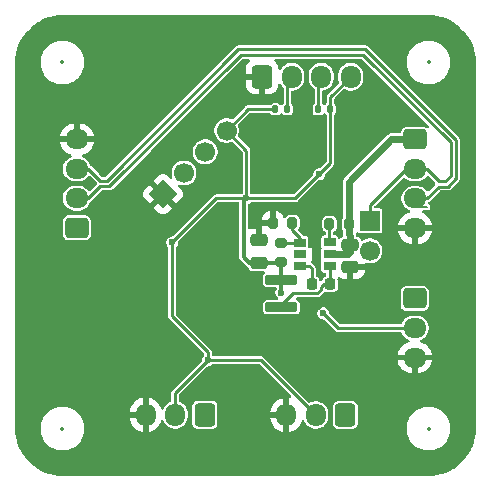
<source format=gbl>
%TF.GenerationSoftware,KiCad,Pcbnew,9.0.2-9.0.2-0~ubuntu22.04.1*%
%TF.CreationDate,2025-05-12T22:54:36+03:00*%
%TF.ProjectId,endpoint-driver,656e6470-6f69-46e7-942d-647269766572,rev?*%
%TF.SameCoordinates,Original*%
%TF.FileFunction,Copper,L2,Bot*%
%TF.FilePolarity,Positive*%
%FSLAX46Y46*%
G04 Gerber Fmt 4.6, Leading zero omitted, Abs format (unit mm)*
G04 Created by KiCad (PCBNEW 9.0.2-9.0.2-0~ubuntu22.04.1) date 2025-05-12 22:54:36*
%MOMM*%
%LPD*%
G01*
G04 APERTURE LIST*
G04 Aperture macros list*
%AMRoundRect*
0 Rectangle with rounded corners*
0 $1 Rounding radius*
0 $2 $3 $4 $5 $6 $7 $8 $9 X,Y pos of 4 corners*
0 Add a 4 corners polygon primitive as box body*
4,1,4,$2,$3,$4,$5,$6,$7,$8,$9,$2,$3,0*
0 Add four circle primitives for the rounded corners*
1,1,$1+$1,$2,$3*
1,1,$1+$1,$4,$5*
1,1,$1+$1,$6,$7*
1,1,$1+$1,$8,$9*
0 Add four rect primitives between the rounded corners*
20,1,$1+$1,$2,$3,$4,$5,0*
20,1,$1+$1,$4,$5,$6,$7,0*
20,1,$1+$1,$6,$7,$8,$9,0*
20,1,$1+$1,$8,$9,$2,$3,0*%
%AMRotRect*
0 Rectangle, with rotation*
0 The origin of the aperture is its center*
0 $1 length*
0 $2 width*
0 $3 Rotation angle, in degrees counterclockwise*
0 Add horizontal line*
21,1,$1,$2,0,0,$3*%
G04 Aperture macros list end*
%TA.AperFunction,SMDPad,CuDef*%
%ADD10RoundRect,0.135000X0.135000X0.185000X-0.135000X0.185000X-0.135000X-0.185000X0.135000X-0.185000X0*%
%TD*%
%TA.AperFunction,ComponentPad*%
%ADD11RoundRect,0.250000X-0.600000X-0.725000X0.600000X-0.725000X0.600000X0.725000X-0.600000X0.725000X0*%
%TD*%
%TA.AperFunction,ComponentPad*%
%ADD12O,1.700000X1.950000*%
%TD*%
%TA.AperFunction,ComponentPad*%
%ADD13RoundRect,0.250000X0.600000X0.725000X-0.600000X0.725000X-0.600000X-0.725000X0.600000X-0.725000X0*%
%TD*%
%TA.AperFunction,ComponentPad*%
%ADD14O,1.950000X1.700000*%
%TD*%
%TA.AperFunction,ComponentPad*%
%ADD15RoundRect,0.250000X-0.725000X0.600000X-0.725000X-0.600000X0.725000X-0.600000X0.725000X0.600000X0*%
%TD*%
%TA.AperFunction,ComponentPad*%
%ADD16RoundRect,0.250000X0.725000X-0.600000X0.725000X0.600000X-0.725000X0.600000X-0.725000X-0.600000X0*%
%TD*%
%TA.AperFunction,SMDPad,CuDef*%
%ADD17RoundRect,0.135000X-0.135000X-0.185000X0.135000X-0.185000X0.135000X0.185000X-0.135000X0.185000X0*%
%TD*%
%TA.AperFunction,ComponentPad*%
%ADD18R,1.700000X1.700000*%
%TD*%
%TA.AperFunction,ComponentPad*%
%ADD19C,1.700000*%
%TD*%
%TA.AperFunction,ComponentPad*%
%ADD20RotRect,1.700000X1.700000X135.000000*%
%TD*%
%TA.AperFunction,SMDPad,CuDef*%
%ADD21R,1.000000X0.800000*%
%TD*%
%TA.AperFunction,SMDPad,CuDef*%
%ADD22RoundRect,0.250000X0.475000X-0.250000X0.475000X0.250000X-0.475000X0.250000X-0.475000X-0.250000X0*%
%TD*%
%TA.AperFunction,SMDPad,CuDef*%
%ADD23RoundRect,0.200000X0.275000X-0.200000X0.275000X0.200000X-0.275000X0.200000X-0.275000X-0.200000X0*%
%TD*%
%TA.AperFunction,SMDPad,CuDef*%
%ADD24RoundRect,0.120000X-1.230000X-0.280000X1.230000X-0.280000X1.230000X0.280000X-1.230000X0.280000X0*%
%TD*%
%TA.AperFunction,SMDPad,CuDef*%
%ADD25RoundRect,0.250000X-0.475000X0.250000X-0.475000X-0.250000X0.475000X-0.250000X0.475000X0.250000X0*%
%TD*%
%TA.AperFunction,SMDPad,CuDef*%
%ADD26RoundRect,0.225000X0.225000X0.250000X-0.225000X0.250000X-0.225000X-0.250000X0.225000X-0.250000X0*%
%TD*%
%TA.AperFunction,SMDPad,CuDef*%
%ADD27RoundRect,0.200000X0.200000X0.275000X-0.200000X0.275000X-0.200000X-0.275000X0.200000X-0.275000X0*%
%TD*%
%TA.AperFunction,ViaPad*%
%ADD28C,0.600000*%
%TD*%
%TA.AperFunction,Conductor*%
%ADD29C,0.240000*%
%TD*%
%TA.AperFunction,Conductor*%
%ADD30C,0.600000*%
%TD*%
%TA.AperFunction,Conductor*%
%ADD31C,0.310000*%
%TD*%
%TA.AperFunction,Conductor*%
%ADD32C,0.200000*%
%TD*%
%ADD33C,0.300000*%
%ADD34C,0.350000*%
G04 APERTURE END LIST*
D10*
%TO.P,R7,2*%
%TO.N,/MCU/SDA*%
X26160000Y31530000D03*
%TO.P,R7,1*%
%TO.N,+3.3V*%
X27180000Y31530000D03*
%TD*%
D11*
%TO.P,J8,1,Pin_1*%
%TO.N,GND*%
X21410000Y34287500D03*
D12*
%TO.P,J8,2,Pin_2*%
%TO.N,/MCU/SCL*%
X23910000Y34287500D03*
%TO.P,J8,3,Pin_3*%
%TO.N,/MCU/SDA*%
X26410000Y34287500D03*
%TO.P,J8,4,Pin_4*%
%TO.N,+3.3V*%
X28910000Y34287500D03*
%TD*%
%TO.P,J5,3,Pin_3*%
%TO.N,GND*%
X11550000Y5670000D03*
%TO.P,J5,2,Pin_2*%
%TO.N,+3.3V*%
X14050000Y5670000D03*
D13*
%TO.P,J5,1,Pin_1*%
%TO.N,/MCU/EXTI_BTN1*%
X16550000Y5670000D03*
%TD*%
D14*
%TO.P,J7,3,Pin_3*%
%TO.N,GND*%
X34320000Y10510000D03*
%TO.P,J7,2,Pin_2*%
%TO.N,+3.3V*%
X34320000Y13010000D03*
D15*
%TO.P,J7,1,Pin_1*%
%TO.N,/MCU/EXTI_BTN3*%
X34320000Y15510000D03*
%TD*%
D16*
%TO.P,J2,1,Pin_1*%
%TO.N,VCC*%
X5720000Y21500000D03*
D14*
%TO.P,J2,2,Pin_2*%
%TO.N,/CAN/CAN_P*%
X5720000Y24000000D03*
%TO.P,J2,3,Pin_3*%
%TO.N,/CAN/CAN_N*%
X5720000Y26500000D03*
%TO.P,J2,4,Pin_4*%
%TO.N,GND*%
X5720000Y29000000D03*
%TD*%
D17*
%TO.P,R8,1*%
%TO.N,+3.3V*%
X22530000Y31530000D03*
%TO.P,R8,2*%
%TO.N,/MCU/SCL*%
X23550000Y31530000D03*
%TD*%
D15*
%TO.P,J3,1,Pin_1*%
%TO.N,VCC*%
X34357500Y28980000D03*
D14*
%TO.P,J3,2,Pin_2*%
%TO.N,/CAN/CAN_P*%
X34357500Y26480000D03*
%TO.P,J3,3,Pin_3*%
%TO.N,/CAN/CAN_N*%
X34357500Y23980000D03*
%TO.P,J3,4,Pin_4*%
%TO.N,GND*%
X34357500Y21480000D03*
%TD*%
D18*
%TO.P,J4,1,Pin_1*%
%TO.N,/CAN/CAN_P*%
X30520000Y22085000D03*
D19*
%TO.P,J4,2,Pin_2*%
%TO.N,Net-(J4-Pin_2)*%
X30520000Y19545000D03*
%TD*%
D20*
%TO.P,J1,1,Pin_1*%
%TO.N,GND*%
X13000000Y24340000D03*
D19*
%TO.P,J1,2,Pin_2*%
%TO.N,/MCU/SWCLK*%
X14796051Y26136051D03*
%TO.P,J1,3,Pin_3*%
%TO.N,/MCU/SWDIO*%
X16592102Y27932102D03*
%TO.P,J1,4,Pin_4*%
%TO.N,+3.3V*%
X18388154Y29728154D03*
%TD*%
D21*
%TO.P,U1,1,BST*%
%TO.N,Net-(U1-BST)*%
X24620000Y18300000D03*
%TO.P,U1,2,GND*%
%TO.N,GND*%
X24620000Y19250000D03*
%TO.P,U1,3,FB*%
%TO.N,Net-(U1-FB)*%
X24620000Y20200000D03*
%TO.P,U1,4,EN*%
%TO.N,Net-(U1-EN)*%
X27120000Y20250000D03*
%TO.P,U1,5,VIN*%
%TO.N,VCC*%
X27120000Y19250000D03*
%TO.P,U1,6,SW*%
%TO.N,Net-(U1-SW)*%
X27120000Y18300000D03*
%TD*%
D22*
%TO.P,C3,1*%
%TO.N,+3.3V*%
X21130000Y18520000D03*
%TO.P,C3,2*%
%TO.N,GND*%
X21130000Y20420000D03*
%TD*%
D23*
%TO.P,R1,1*%
%TO.N,+3.3V*%
X23030000Y18560000D03*
%TO.P,R1,2*%
%TO.N,Net-(U1-FB)*%
X23030000Y20210000D03*
%TD*%
D24*
%TO.P,L1,1,1*%
%TO.N,+3.3V*%
X23030000Y17080000D03*
%TO.P,L1,2,2*%
%TO.N,Net-(U1-SW)*%
X23030000Y14780000D03*
%TD*%
D25*
%TO.P,C2,1*%
%TO.N,VCC*%
X28860000Y20060000D03*
%TO.P,C2,2*%
%TO.N,GND*%
X28860000Y18160000D03*
%TD*%
D26*
%TO.P,C1,1*%
%TO.N,Net-(U1-SW)*%
X27155000Y16730000D03*
%TO.P,C1,2*%
%TO.N,Net-(U1-BST)*%
X25605000Y16730000D03*
%TD*%
D27*
%TO.P,R2,1*%
%TO.N,VCC*%
X28755000Y21820000D03*
%TO.P,R2,2*%
%TO.N,Net-(U1-EN)*%
X27105000Y21820000D03*
%TD*%
%TO.P,R3,1*%
%TO.N,Net-(U1-FB)*%
X23970000Y21920000D03*
%TO.P,R3,2*%
%TO.N,GND*%
X22320000Y21920000D03*
%TD*%
D13*
%TO.P,J6,1,Pin_1*%
%TO.N,/MCU/EXTI_BTN2*%
X28450000Y5642500D03*
D12*
%TO.P,J6,2,Pin_2*%
%TO.N,+3.3V*%
X25950000Y5642500D03*
%TO.P,J6,3,Pin_3*%
%TO.N,GND*%
X23450000Y5642500D03*
%TD*%
D28*
%TO.N,+3.3V*%
X26580000Y14250000D03*
X23030000Y16000000D03*
X16819899Y10280000D03*
%TO.N,GND*%
X25860000Y20190000D03*
X25870000Y19250000D03*
%TO.N,+3.3V*%
X13784899Y20255000D03*
X20079899Y24010000D03*
X26250000Y26040000D03*
%TD*%
D29*
%TO.N,/CAN/CAN_P*%
X33600000Y26480000D02*
X30510000Y23390000D01*
X34357500Y26480000D02*
X33600000Y26480000D01*
X30510000Y23390000D02*
X30520000Y23380000D01*
X30520000Y23380000D02*
X30520000Y22085000D01*
%TO.N,+3.3V*%
X26580000Y14250000D02*
X26580000Y14240000D01*
X26580000Y14240000D02*
X27810000Y13010000D01*
X27810000Y13010000D02*
X34320000Y13010000D01*
%TO.N,/CAN/CAN_P*%
X8471482Y25005000D02*
X7700000Y25005000D01*
X37358205Y25914687D02*
X37358205Y28725313D01*
X7700000Y25005000D02*
X6695000Y24000000D01*
%TO.N,/CAN/CAN_N*%
X34357500Y23980000D02*
X35332500Y23980000D01*
%TO.N,/CAN/CAN_P*%
X19601482Y36135000D02*
X8471482Y25005000D01*
X29948518Y36135000D02*
X19601482Y36135000D01*
X36918518Y25475000D02*
X37358205Y25914687D01*
%TO.N,/CAN/CAN_N*%
X35332500Y23980000D02*
X36337500Y24985000D01*
%TO.N,/CAN/CAN_P*%
X35332500Y26480000D02*
X36337500Y25475000D01*
X37358205Y28725313D02*
X29948518Y36135000D01*
X34357500Y26480000D02*
X35332500Y26480000D01*
X36337500Y25475000D02*
X36918518Y25475000D01*
%TO.N,/CAN/CAN_N*%
X19398518Y36625000D02*
X8268518Y25495000D01*
%TO.N,/CAN/CAN_P*%
X6695000Y24000000D02*
X5720000Y24000000D01*
%TO.N,/CAN/CAN_N*%
X36337500Y24985000D02*
X37121482Y24985000D01*
X37121482Y24985000D02*
X37848205Y25711723D01*
X37848205Y25711723D02*
X37848205Y28928277D01*
X37848205Y28928277D02*
X30151482Y36625000D01*
X30151482Y36625000D02*
X19398518Y36625000D01*
X8268518Y25495000D02*
X7700000Y25495000D01*
X7700000Y25495000D02*
X6695000Y26500000D01*
X6695000Y26500000D02*
X5720000Y26500000D01*
D30*
%TO.N,VCC*%
X34357500Y28980000D02*
X32340000Y28980000D01*
X32340000Y28980000D02*
X28740000Y25380000D01*
X28740000Y25380000D02*
X28740000Y24710000D01*
X28740000Y24710000D02*
X28755000Y24695000D01*
X28755000Y24695000D02*
X28755000Y21820000D01*
D29*
%TO.N,+3.3V*%
X16819899Y10280000D02*
X21312500Y10280000D01*
X21312500Y10280000D02*
X25950000Y5642500D01*
X16819899Y10280000D02*
X14050000Y7510101D01*
X14050000Y7510101D02*
X14050000Y5670000D01*
%TO.N,/MCU/SCL*%
X23550000Y32380000D02*
X23550000Y33927500D01*
%TO.N,/MCU/SDA*%
X26160000Y32330000D02*
X26160000Y34037500D01*
D31*
%TO.N,+3.3V*%
X23030000Y16000000D02*
X23030000Y15990000D01*
X23030000Y15990000D02*
X23040000Y15980000D01*
X23030000Y17080000D02*
X23030000Y16000000D01*
X23030000Y18560000D02*
X23030000Y17080000D01*
D29*
X27180000Y31530000D02*
X27180000Y26970000D01*
X27180000Y26970000D02*
X26250000Y26040000D01*
X28910000Y34287500D02*
X27180000Y32557500D01*
X27180000Y32557500D02*
X27180000Y31530000D01*
%TO.N,/MCU/SDA*%
X26160000Y31530000D02*
X26160000Y32330000D01*
X26160000Y34037500D02*
X26410000Y34287500D01*
%TO.N,/MCU/SCL*%
X23550000Y31530000D02*
X23550000Y32380000D01*
X23550000Y33927500D02*
X23910000Y34287500D01*
%TO.N,+3.3V*%
X20079899Y24010000D02*
X24220000Y24010000D01*
X24220000Y24010000D02*
X26250000Y26040000D01*
X22530000Y31530000D02*
X20190000Y31530000D01*
X20190000Y31530000D02*
X18388154Y29728154D01*
X18388154Y29728154D02*
X20079899Y28036409D01*
X20079899Y28036409D02*
X20079899Y24010000D01*
D31*
X20330000Y18520000D02*
X19840000Y19010000D01*
X21130000Y18520000D02*
X20330000Y18520000D01*
X19840000Y19010000D02*
X19840000Y23770101D01*
X19840000Y23770101D02*
X20079899Y24010000D01*
D29*
X16819899Y10280000D02*
X16819899Y10960000D01*
X16819899Y10960000D02*
X13784899Y13995000D01*
X13784899Y13995000D02*
X13784899Y20255000D01*
%TO.N,GND*%
X22227913Y21890000D02*
X22227913Y22030750D01*
%TO.N,+3.3V*%
X20079899Y24010000D02*
X17539899Y24010000D01*
X17539899Y24010000D02*
X13784899Y20255000D01*
D31*
X21170000Y18560000D02*
X21130000Y18520000D01*
X22990000Y18520000D02*
X23030000Y18560000D01*
X21130000Y18520000D02*
X22990000Y18520000D01*
D29*
%TO.N,Net-(U1-SW)*%
X23984000Y15934000D02*
X23030000Y14980000D01*
X26062396Y15934000D02*
X23984000Y15934000D01*
X27120000Y16765000D02*
X27155000Y16730000D01*
X26620000Y16730000D02*
X26376000Y16486000D01*
X26376000Y16247604D02*
X26062396Y15934000D01*
X27120000Y18300000D02*
X27120000Y16765000D01*
X26376000Y16486000D02*
X26376000Y16247604D01*
X23030000Y14980000D02*
X23030000Y14780000D01*
X27155000Y16730000D02*
X26620000Y16730000D01*
%TO.N,Net-(U1-BST)*%
X24620000Y18300000D02*
X25360000Y18300000D01*
X25605000Y18055000D02*
X25605000Y16730000D01*
X25360000Y18300000D02*
X25605000Y18055000D01*
%TO.N,Net-(U1-FB)*%
X24620000Y20200000D02*
X23040000Y20200000D01*
X23040000Y20200000D02*
X23030000Y20210000D01*
X24620000Y20640000D02*
X24620000Y20200000D01*
X23970000Y21290000D02*
X24620000Y20640000D01*
X23970000Y21920000D02*
X23970000Y21290000D01*
%TO.N,Net-(U1-EN)*%
X27105000Y21820000D02*
X27105000Y20265000D01*
X27105000Y20265000D02*
X27120000Y20250000D01*
D32*
%TO.N,/CAN/CAN_N*%
X35335000Y23270000D02*
X34360000Y23270000D01*
X34360000Y23270000D02*
X34485000Y23270000D01*
%TO.N,/CAN/CAN_P*%
X34360000Y25770000D02*
X34485000Y25770000D01*
D30*
%TO.N,VCC*%
X28860000Y20830000D02*
X28860000Y20060000D01*
X28860000Y20060000D02*
X28860000Y19430000D01*
X28860000Y19430000D02*
X28680000Y19250000D01*
X28755000Y21820000D02*
X28755000Y20935000D01*
X28680000Y19250000D02*
X27120000Y19250000D01*
X28755000Y20935000D02*
X28860000Y20830000D01*
%TD*%
%TA.AperFunction,Conductor*%
%TO.N,GND*%
G36*
X29831440Y35794815D02*
G01*
X29852082Y35778181D01*
X35469378Y30160884D01*
X35502863Y30099561D01*
X35497879Y30029869D01*
X35456007Y29973936D01*
X35390543Y29949519D01*
X35322270Y29964371D01*
X35308066Y29973431D01*
X35295382Y29982793D01*
X35209926Y30012695D01*
X35167200Y30027646D01*
X35136770Y30030500D01*
X35136766Y30030500D01*
X33578234Y30030500D01*
X33578230Y30030500D01*
X33547800Y30027646D01*
X33547798Y30027646D01*
X33476846Y30002818D01*
X33419618Y29982793D01*
X33310350Y29902150D01*
X33229708Y29792883D01*
X33229707Y29792882D01*
X33229706Y29792880D01*
X33184853Y29664701D01*
X33184853Y29664699D01*
X33182000Y29634269D01*
X33182000Y29604500D01*
X33162315Y29537461D01*
X33109511Y29491706D01*
X33058000Y29480500D01*
X32405893Y29480500D01*
X32274108Y29480500D01*
X32146814Y29446392D01*
X32032686Y29380500D01*
X28432686Y25780500D01*
X28339500Y25687314D01*
X28326053Y25664023D01*
X28273608Y25573187D01*
X28239500Y25445892D01*
X28239500Y24644106D01*
X28250275Y24603893D01*
X28254500Y24571801D01*
X28254500Y22411551D01*
X28234815Y22344512D01*
X28230819Y22338666D01*
X28226949Y22333340D01*
X28169352Y22220301D01*
X28154500Y22126524D01*
X28154500Y21513482D01*
X28166739Y21436208D01*
X28169354Y21419696D01*
X28226950Y21306658D01*
X28226953Y21306653D01*
X28230821Y21301329D01*
X28254298Y21235522D01*
X28254500Y21228448D01*
X28254500Y20869106D01*
X28255955Y20863678D01*
X28254290Y20793828D01*
X28215125Y20735967D01*
X28212980Y20734236D01*
X28196704Y20721396D01*
X28172118Y20712793D01*
X28062850Y20632150D01*
X28033963Y20593009D01*
X28020886Y20582693D01*
X28003302Y20575622D01*
X27988208Y20564162D01*
X27971557Y20562857D01*
X27956062Y20556626D01*
X27937447Y20560183D01*
X27918552Y20558703D01*
X27903838Y20566607D01*
X27887434Y20569743D01*
X27873697Y20582800D01*
X27857002Y20591770D01*
X27848898Y20606374D01*
X27836793Y20617881D01*
X27832296Y20636292D01*
X27823101Y20652864D01*
X27820681Y20667907D01*
X27820499Y20669755D01*
X27808868Y20728229D01*
X27808867Y20728230D01*
X27808867Y20728231D01*
X27764552Y20794552D01*
X27698231Y20838867D01*
X27698229Y20838867D01*
X27698229Y20838868D01*
X27654568Y20847552D01*
X27639751Y20850499D01*
X27639751Y20850500D01*
X27639748Y20850500D01*
X27549500Y20850500D01*
X27540814Y20853050D01*
X27531853Y20851762D01*
X27507812Y20862740D01*
X27482461Y20870185D01*
X27476533Y20877025D01*
X27468297Y20880787D01*
X27454007Y20903021D01*
X27436706Y20922989D01*
X27434418Y20933503D01*
X27430523Y20939565D01*
X27425500Y20974500D01*
X27425500Y21080919D01*
X27445185Y21147958D01*
X27493204Y21191403D01*
X27543340Y21216949D01*
X27543342Y21216950D01*
X27543343Y21216951D01*
X27543347Y21216954D01*
X27633045Y21306652D01*
X27633046Y21306654D01*
X27633050Y21306658D01*
X27690646Y21419696D01*
X27690646Y21419697D01*
X27690647Y21419698D01*
X27705499Y21513475D01*
X27705500Y21513481D01*
X27705499Y22126518D01*
X27690646Y22220304D01*
X27633050Y22333342D01*
X27543342Y22423050D01*
X27430304Y22480646D01*
X27430302Y22480646D01*
X27430301Y22480647D01*
X27363147Y22491282D01*
X27336519Y22495500D01*
X26873482Y22495499D01*
X26779696Y22480646D01*
X26666658Y22423050D01*
X26666654Y22423046D01*
X26666652Y22423045D01*
X26576954Y22333347D01*
X26576952Y22333344D01*
X26576950Y22333342D01*
X26537805Y22256517D01*
X26519352Y22220301D01*
X26504500Y22126524D01*
X26504500Y21513482D01*
X26516739Y21436208D01*
X26519354Y21419696D01*
X26576950Y21306658D01*
X26576951Y21306657D01*
X26576954Y21306652D01*
X26666652Y21216954D01*
X26666659Y21216949D01*
X26716796Y21191403D01*
X26727859Y21180954D01*
X26741703Y21174632D01*
X26752744Y21157451D01*
X26767591Y21143429D01*
X26771832Y21127749D01*
X26779477Y21115854D01*
X26784500Y21080919D01*
X26784500Y20974500D01*
X26764815Y20907461D01*
X26712011Y20861706D01*
X26660500Y20850500D01*
X26600249Y20850500D01*
X26600247Y20850499D01*
X26541770Y20838868D01*
X26541769Y20838867D01*
X26475447Y20794552D01*
X26431132Y20728230D01*
X26431131Y20728229D01*
X26419500Y20669752D01*
X26419500Y19830252D01*
X26430651Y19774190D01*
X26430651Y19725810D01*
X26419500Y19669747D01*
X26419500Y18830250D01*
X26425678Y18799188D01*
X26425678Y18750812D01*
X26419500Y18719749D01*
X26419500Y17880247D01*
X26431131Y17821770D01*
X26431132Y17821769D01*
X26475447Y17755447D01*
X26541769Y17711132D01*
X26541770Y17711131D01*
X26600247Y17699500D01*
X26600252Y17699500D01*
X26675500Y17699500D01*
X26684185Y17696949D01*
X26693147Y17698238D01*
X26717187Y17687259D01*
X26742539Y17679815D01*
X26748466Y17672974D01*
X26756703Y17669213D01*
X26770992Y17646978D01*
X26788294Y17627011D01*
X26790581Y17616496D01*
X26794477Y17610435D01*
X26799500Y17575500D01*
X26799500Y17467044D01*
X26779815Y17400005D01*
X26731796Y17356560D01*
X26676780Y17328528D01*
X26676776Y17328524D01*
X26676774Y17328523D01*
X26581476Y17233225D01*
X26581474Y17233222D01*
X26581472Y17233220D01*
X26549511Y17170493D01*
X26520279Y17113123D01*
X26517222Y17093817D01*
X26516304Y17091881D01*
X26516508Y17089749D01*
X26501406Y17060454D01*
X26487292Y17030683D01*
X26485165Y17028952D01*
X26484492Y17027646D01*
X26456749Y17005829D01*
X26429722Y16990225D01*
X26361822Y16973752D01*
X26295795Y16996605D01*
X26252604Y17051526D01*
X26245249Y17078215D01*
X26239720Y17113121D01*
X26239719Y17113121D01*
X26239719Y17113126D01*
X26178528Y17233220D01*
X26083220Y17328528D01*
X25993202Y17374394D01*
X25942409Y17422366D01*
X25925500Y17484877D01*
X25925500Y18097191D01*
X25925500Y18097195D01*
X25903659Y18178709D01*
X25861464Y18251792D01*
X25801792Y18311464D01*
X25801791Y18311464D01*
X25616465Y18496790D01*
X25616464Y18496792D01*
X25603944Y18509311D01*
X25570459Y18570631D01*
X25575442Y18640323D01*
X25575443Y18640325D01*
X25613596Y18742620D01*
X25613598Y18742627D01*
X25619999Y18802155D01*
X25620000Y18802172D01*
X25620000Y19697827D01*
X25619999Y19697844D01*
X25613598Y19757376D01*
X25577557Y19854004D01*
X25532182Y19808629D01*
X25470859Y19775144D01*
X25401167Y19780128D01*
X25345233Y19821999D01*
X25320816Y19887463D01*
X25320500Y19896310D01*
X25320500Y20619750D01*
X25320499Y20619752D01*
X25308868Y20678229D01*
X25308867Y20678230D01*
X25308867Y20678231D01*
X25264552Y20744552D01*
X25198231Y20788867D01*
X25198229Y20788867D01*
X25198229Y20788868D01*
X25154568Y20797552D01*
X25139751Y20800499D01*
X25139751Y20800500D01*
X25139748Y20800500D01*
X24964118Y20800500D01*
X24934677Y20809144D01*
X24904693Y20815667D01*
X24899676Y20819422D01*
X24897079Y20820185D01*
X24876439Y20836817D01*
X24866592Y20846664D01*
X24816792Y20896464D01*
X24816789Y20896465D01*
X24490002Y21223251D01*
X24456519Y21284572D01*
X24461503Y21354264D01*
X24490004Y21398611D01*
X24498045Y21406652D01*
X24498046Y21406654D01*
X24498050Y21406658D01*
X24555646Y21519696D01*
X24555647Y21519698D01*
X24570499Y21613475D01*
X24570500Y21613481D01*
X24570499Y22226518D01*
X24555646Y22320304D01*
X24498050Y22433342D01*
X24408342Y22523050D01*
X24295304Y22580646D01*
X24295302Y22580646D01*
X24295301Y22580647D01*
X24228147Y22591282D01*
X24201519Y22595500D01*
X23738482Y22595499D01*
X23644696Y22580646D01*
X23531658Y22523050D01*
X23531654Y22523046D01*
X23531652Y22523045D01*
X23441954Y22433347D01*
X23441949Y22433340D01*
X23417005Y22384386D01*
X23369030Y22333590D01*
X23301209Y22316796D01*
X23235074Y22339334D01*
X23191623Y22394050D01*
X23188135Y22403792D01*
X23163017Y22484399D01*
X23075072Y22629877D01*
X22954877Y22750072D01*
X22809395Y22838019D01*
X22809396Y22838019D01*
X22647105Y22888590D01*
X22647106Y22888590D01*
X22576591Y22894998D01*
X22576573Y22894999D01*
X22570000Y22894998D01*
X22570000Y22044000D01*
X22550315Y21976961D01*
X22497511Y21931206D01*
X22446000Y21920000D01*
X22320000Y21920000D01*
X22320000Y21794000D01*
X22300315Y21726961D01*
X22247511Y21681206D01*
X22196000Y21670000D01*
X21420001Y21670000D01*
X21420001Y21588425D01*
X21425442Y21528529D01*
X21411903Y21459984D01*
X21389631Y21429630D01*
X21380000Y21419999D01*
X21380000Y20544000D01*
X21360315Y20476961D01*
X21307511Y20431206D01*
X21256000Y20420000D01*
X21004000Y20420000D01*
X20936961Y20439685D01*
X20891206Y20492489D01*
X20880000Y20544000D01*
X20880000Y21419999D01*
X20605028Y21419999D01*
X20605013Y21419998D01*
X20502302Y21409505D01*
X20358504Y21361855D01*
X20288676Y21359453D01*
X20228634Y21395185D01*
X20197441Y21457705D01*
X20195500Y21479561D01*
X20195500Y22251572D01*
X21420000Y22251572D01*
X21420000Y22170000D01*
X22070000Y22170000D01*
X22070000Y22894999D01*
X22063417Y22894999D01*
X21992897Y22888591D01*
X21992892Y22888590D01*
X21830603Y22838018D01*
X21685122Y22750072D01*
X21564927Y22629877D01*
X21476980Y22484395D01*
X21426409Y22322106D01*
X21420000Y22251572D01*
X20195500Y22251572D01*
X20195500Y23428617D01*
X20215185Y23495656D01*
X20249244Y23530794D01*
X20264556Y23541322D01*
X20273085Y23543608D01*
X20387213Y23609500D01*
X20438943Y23661230D01*
X20448319Y23667677D01*
X20471141Y23675157D01*
X20492217Y23686666D01*
X20513100Y23688911D01*
X20514713Y23689440D01*
X20515679Y23689188D01*
X20518575Y23689500D01*
X24262196Y23689500D01*
X24343709Y23711341D01*
X24416792Y23753536D01*
X24476464Y23813208D01*
X24483532Y23820276D01*
X24483534Y23820279D01*
X26166436Y25503181D01*
X26227759Y25536666D01*
X26254117Y25539500D01*
X26315891Y25539500D01*
X26315892Y25539500D01*
X26443186Y25573608D01*
X26557314Y25639500D01*
X26650500Y25732686D01*
X26716392Y25846814D01*
X26750500Y25974108D01*
X26750500Y26035883D01*
X26770185Y26102922D01*
X26786819Y26123564D01*
X27367384Y26704129D01*
X27376789Y26713534D01*
X27376792Y26713536D01*
X27436464Y26773208D01*
X27475040Y26840024D01*
X27475043Y26840027D01*
X27478660Y26846291D01*
X27498937Y26921970D01*
X27500501Y26927806D01*
X27500501Y27012195D01*
X27500501Y27022184D01*
X27500500Y27022197D01*
X27500500Y31004669D01*
X27520185Y31071708D01*
X27536819Y31092350D01*
X27594064Y31149595D01*
X27594065Y31149596D01*
X27644068Y31256827D01*
X27650500Y31305684D01*
X27650500Y31754316D01*
X27644068Y31803173D01*
X27594065Y31910404D01*
X27536819Y31967650D01*
X27503334Y32028973D01*
X27500500Y32055331D01*
X27500500Y32373382D01*
X27520185Y32440421D01*
X27536819Y32461063D01*
X28279507Y33203751D01*
X28340830Y33237236D01*
X28410522Y33232252D01*
X28414641Y33230631D01*
X28603579Y33152370D01*
X28603587Y33152368D01*
X28806530Y33112000D01*
X28806535Y33112000D01*
X29013469Y33112000D01*
X29216412Y33152368D01*
X29216420Y33152370D01*
X29407596Y33231558D01*
X29407598Y33231559D01*
X29579654Y33346522D01*
X29579657Y33346524D01*
X29725975Y33492842D01*
X29786865Y33583971D01*
X29840941Y33664902D01*
X29920130Y33856080D01*
X29960500Y34059035D01*
X29960500Y34515965D01*
X29920130Y34718920D01*
X29840941Y34910098D01*
X29725977Y35082155D01*
X29579655Y35228477D01*
X29407598Y35343441D01*
X29216420Y35422630D01*
X29013467Y35462999D01*
X29013466Y35463000D01*
X29013465Y35463000D01*
X28806535Y35463000D01*
X28806534Y35463000D01*
X28806530Y35462999D01*
X28603580Y35422630D01*
X28412402Y35343441D01*
X28241498Y35229247D01*
X28240342Y35228475D01*
X28094024Y35082157D01*
X27979058Y34910096D01*
X27899870Y34718920D01*
X27899868Y34718912D01*
X27859500Y34515969D01*
X27859500Y34059030D01*
X27899868Y33856082D01*
X27899869Y33856079D01*
X27904909Y33843913D01*
X27912375Y33774443D01*
X27881098Y33711965D01*
X27878027Y33708783D01*
X26990279Y32821034D01*
X26990273Y32821029D01*
X26983208Y32813964D01*
X26923536Y32754292D01*
X26881341Y32681209D01*
X26859500Y32599696D01*
X26859500Y32055331D01*
X26850886Y32025998D01*
X26844445Y31996112D01*
X26840600Y31990965D01*
X26839815Y31988292D01*
X26823348Y31967817D01*
X26765935Y31910404D01*
X26765742Y31909992D01*
X26757848Y31902067D01*
X26736254Y31890222D01*
X26717023Y31874843D01*
X26706163Y31873716D01*
X26696589Y31868465D01*
X26672019Y31870175D01*
X26647526Y31867635D01*
X26637780Y31872558D01*
X26626888Y31873317D01*
X26607146Y31888036D01*
X26585165Y31899143D01*
X26581906Y31902903D01*
X26581736Y31902733D01*
X26516819Y31967650D01*
X26483334Y32028973D01*
X26480500Y32055331D01*
X26480500Y33003678D01*
X26500185Y33070717D01*
X26552989Y33116472D01*
X26580309Y33125295D01*
X26716412Y33152368D01*
X26716420Y33152370D01*
X26907596Y33231558D01*
X26907598Y33231559D01*
X27079654Y33346522D01*
X27079657Y33346524D01*
X27225975Y33492842D01*
X27286865Y33583971D01*
X27340941Y33664902D01*
X27420130Y33856080D01*
X27460500Y34059035D01*
X27460500Y34515965D01*
X27420130Y34718920D01*
X27340941Y34910098D01*
X27225977Y35082155D01*
X27079655Y35228477D01*
X26907598Y35343441D01*
X26716420Y35422630D01*
X26513467Y35462999D01*
X26513466Y35463000D01*
X26513465Y35463000D01*
X26306535Y35463000D01*
X26306534Y35463000D01*
X26306530Y35462999D01*
X26103580Y35422630D01*
X25912402Y35343441D01*
X25741498Y35229247D01*
X25740342Y35228475D01*
X25594024Y35082157D01*
X25479058Y34910096D01*
X25399870Y34718920D01*
X25399868Y34718912D01*
X25359500Y34515969D01*
X25359500Y34059030D01*
X25399868Y33856087D01*
X25399870Y33856079D01*
X25479058Y33664903D01*
X25594024Y33492842D01*
X25740341Y33346525D01*
X25740345Y33346522D01*
X25784391Y33317092D01*
X25829196Y33263480D01*
X25839500Y33213990D01*
X25839500Y32055331D01*
X25819815Y31988292D01*
X25803181Y31967650D01*
X25745935Y31910404D01*
X25695931Y31803171D01*
X25689500Y31754316D01*
X25689500Y31305683D01*
X25695931Y31256828D01*
X25745935Y31149595D01*
X25829595Y31065935D01*
X25936829Y31015931D01*
X25936827Y31015931D01*
X25985683Y31009500D01*
X25985684Y31009500D01*
X26334317Y31009500D01*
X26383171Y31015931D01*
X26490404Y31065935D01*
X26581736Y31157267D01*
X26584559Y31154443D01*
X26623042Y31185183D01*
X26692542Y31192352D01*
X26754886Y31160808D01*
X26757847Y31157933D01*
X26765743Y31150006D01*
X26765935Y31149596D01*
X26823347Y31092184D01*
X26840005Y31061537D01*
X26856666Y31031027D01*
X26856684Y31030854D01*
X26856716Y31030797D01*
X26856705Y31030657D01*
X26859500Y31004669D01*
X26859500Y27154117D01*
X26839815Y27087078D01*
X26823181Y27066436D01*
X26333564Y26576819D01*
X26272241Y26543334D01*
X26245883Y26540500D01*
X26184108Y26540500D01*
X26056814Y26506392D01*
X25942686Y26440500D01*
X25849500Y26347314D01*
X25816554Y26290250D01*
X25783608Y26233187D01*
X25749500Y26105891D01*
X25749500Y26044117D01*
X25729815Y25977078D01*
X25713181Y25956436D01*
X24123564Y24366819D01*
X24062241Y24333334D01*
X24035883Y24330500D01*
X20524399Y24330500D01*
X20457360Y24350185D01*
X20411605Y24402989D01*
X20400399Y24454500D01*
X20400399Y27986601D01*
X20400400Y27986619D01*
X20400400Y28078601D01*
X20400400Y28078603D01*
X20378558Y28160117D01*
X20378558Y28160118D01*
X20336363Y28233201D01*
X20276691Y28292873D01*
X20276689Y28292873D01*
X20266486Y28303077D01*
X20266481Y28303081D01*
X19383511Y29186050D01*
X19350028Y29247371D01*
X19355012Y29317063D01*
X19356616Y29321139D01*
X19398284Y29421734D01*
X19438654Y29624689D01*
X19438654Y29831619D01*
X19398284Y30034574D01*
X19356633Y30135125D01*
X19349164Y30204592D01*
X19380438Y30267072D01*
X19383513Y30270258D01*
X20286436Y31173181D01*
X20347759Y31206666D01*
X20374117Y31209500D01*
X22009440Y31209500D01*
X22076479Y31189815D01*
X22111015Y31156623D01*
X22115936Y31149594D01*
X22199595Y31065935D01*
X22306829Y31015931D01*
X22306827Y31015931D01*
X22355683Y31009500D01*
X22355684Y31009500D01*
X22704317Y31009500D01*
X22753171Y31015931D01*
X22860404Y31065935D01*
X22951736Y31157267D01*
X22954559Y31154443D01*
X22993042Y31185183D01*
X23062542Y31192352D01*
X23124886Y31160808D01*
X23128098Y31157101D01*
X23128264Y31157267D01*
X23219595Y31065935D01*
X23326829Y31015931D01*
X23326827Y31015931D01*
X23375683Y31009500D01*
X23375684Y31009500D01*
X23724317Y31009500D01*
X23773171Y31015931D01*
X23880404Y31065935D01*
X23964064Y31149595D01*
X23964065Y31149596D01*
X24014068Y31256827D01*
X24020500Y31305684D01*
X24020500Y31754316D01*
X24014068Y31803173D01*
X23964065Y31910404D01*
X23906819Y31967650D01*
X23873334Y32028973D01*
X23870500Y32055331D01*
X23870500Y32988000D01*
X23890185Y33055039D01*
X23942989Y33100794D01*
X23994500Y33112000D01*
X24013469Y33112000D01*
X24216412Y33152368D01*
X24216420Y33152370D01*
X24407596Y33231558D01*
X24407598Y33231559D01*
X24579654Y33346522D01*
X24579657Y33346524D01*
X24725975Y33492842D01*
X24786865Y33583971D01*
X24840941Y33664902D01*
X24920130Y33856080D01*
X24960500Y34059035D01*
X24960500Y34515965D01*
X24920130Y34718920D01*
X24840941Y34910098D01*
X24725977Y35082155D01*
X24579655Y35228477D01*
X24407598Y35343441D01*
X24216420Y35422630D01*
X24013467Y35462999D01*
X24013466Y35463000D01*
X24013465Y35463000D01*
X23806535Y35463000D01*
X23806534Y35463000D01*
X23806530Y35462999D01*
X23603580Y35422630D01*
X23412402Y35343441D01*
X23241498Y35229247D01*
X23240342Y35228475D01*
X23094024Y35082157D01*
X23063930Y35037118D01*
X22987100Y34922132D01*
X22933490Y34877329D01*
X22864165Y34868621D01*
X22801137Y34898775D01*
X22764417Y34958218D01*
X22759999Y34991024D01*
X22759999Y35062471D01*
X22759998Y35062487D01*
X22749505Y35165197D01*
X22694358Y35331619D01*
X22694356Y35331624D01*
X22602315Y35480845D01*
X22480342Y35602819D01*
X22446857Y35664142D01*
X22451841Y35733834D01*
X22493713Y35789767D01*
X22559177Y35814184D01*
X22568023Y35814500D01*
X29764401Y35814500D01*
X29831440Y35794815D01*
G37*
%TD.AperFunction*%
%TA.AperFunction,Conductor*%
G36*
X25090729Y19579815D02*
G01*
X25136484Y19527011D01*
X25146428Y19457853D01*
X25117403Y19394297D01*
X25111371Y19387819D01*
X24884456Y19160905D01*
X24823133Y19127420D01*
X24753441Y19132404D01*
X24709094Y19160905D01*
X24530905Y19339095D01*
X24497420Y19400418D01*
X24502404Y19470110D01*
X24530905Y19514457D01*
X24579629Y19563181D01*
X24640952Y19596666D01*
X24667310Y19599500D01*
X25023690Y19599500D01*
X25090729Y19579815D01*
G37*
%TD.AperFunction*%
%TA.AperFunction,Conductor*%
G36*
X35502855Y39499368D02*
G01*
X35863303Y39482703D01*
X35874707Y39481646D01*
X36229231Y39432192D01*
X36240490Y39430087D01*
X36588931Y39348135D01*
X36599947Y39345001D01*
X36939355Y39231243D01*
X36950035Y39227105D01*
X37277482Y39082523D01*
X37287735Y39077418D01*
X37600452Y38903234D01*
X37610190Y38897205D01*
X37905512Y38694906D01*
X37914652Y38688003D01*
X38190035Y38459328D01*
X38198499Y38451612D01*
X38451612Y38198499D01*
X38459328Y38190035D01*
X38688003Y37914652D01*
X38694906Y37905512D01*
X38897205Y37610190D01*
X38903234Y37600452D01*
X39077418Y37287735D01*
X39082523Y37277482D01*
X39227105Y36950035D01*
X39231243Y36939355D01*
X39345001Y36599947D01*
X39348135Y36588931D01*
X39430087Y36240490D01*
X39432192Y36229231D01*
X39481646Y35874707D01*
X39482703Y35863303D01*
X39499368Y35502855D01*
X39499500Y35497128D01*
X39499500Y4502871D01*
X39499368Y4497144D01*
X39482703Y4136696D01*
X39481646Y4125292D01*
X39432192Y3770768D01*
X39430087Y3759509D01*
X39348135Y3411068D01*
X39345001Y3400052D01*
X39231243Y3060644D01*
X39227105Y3049965D01*
X39186527Y2958064D01*
X39082523Y2722517D01*
X39077418Y2712264D01*
X38903234Y2399547D01*
X38897205Y2389809D01*
X38694906Y2094487D01*
X38688003Y2085347D01*
X38459328Y1809964D01*
X38451612Y1801500D01*
X38198499Y1548387D01*
X38190035Y1540671D01*
X37914652Y1311996D01*
X37905512Y1305093D01*
X37610190Y1102794D01*
X37600452Y1096765D01*
X37287735Y922581D01*
X37277488Y917479D01*
X36950022Y772889D01*
X36939368Y768761D01*
X36599934Y654994D01*
X36588944Y651867D01*
X36240482Y569910D01*
X36229238Y567808D01*
X35874700Y518352D01*
X35863310Y517296D01*
X35509174Y500924D01*
X35502855Y500632D01*
X35497128Y500500D01*
X4502872Y500500D01*
X4497145Y500632D01*
X4491523Y500891D01*
X4136687Y517296D01*
X4125301Y518352D01*
X3770757Y567809D01*
X3759520Y569909D01*
X3411049Y651869D01*
X3400070Y654992D01*
X3060623Y768763D01*
X3049984Y772886D01*
X2722503Y917482D01*
X2712277Y922574D01*
X2399541Y1096768D01*
X2389814Y1102790D01*
X2094472Y1305103D01*
X2085360Y1311985D01*
X1809951Y1540682D01*
X1801511Y1548376D01*
X1548376Y1801511D01*
X1540682Y1809951D01*
X1311985Y2085360D01*
X1305103Y2094472D01*
X1102790Y2389814D01*
X1096765Y2399547D01*
X957541Y2649500D01*
X922574Y2712277D01*
X917482Y2722503D01*
X772886Y3049984D01*
X768763Y3060623D01*
X654992Y3400070D01*
X651869Y3411049D01*
X569909Y3759520D01*
X567809Y3770757D01*
X518352Y4125301D01*
X517296Y4136696D01*
X514819Y4190268D01*
X500631Y4497145D01*
X500500Y4502871D01*
X500500Y4621288D01*
X2649500Y4621288D01*
X2649500Y4378711D01*
X2681161Y4138214D01*
X2743947Y3903895D01*
X2836773Y3679794D01*
X2836777Y3679785D01*
X2958067Y3469706D01*
X3105733Y3277263D01*
X3105739Y3277256D01*
X3277256Y3105739D01*
X3277263Y3105733D01*
X3469706Y2958067D01*
X3679785Y2836777D01*
X3679794Y2836773D01*
X3903895Y2743947D01*
X4138214Y2681161D01*
X4378711Y2649500D01*
X4378712Y2649500D01*
X4621289Y2649500D01*
X4861785Y2681161D01*
X5096104Y2743947D01*
X5320205Y2836773D01*
X5320214Y2836777D01*
X5358661Y2858974D01*
X5530289Y2958064D01*
X5656898Y3055214D01*
X5722736Y3105733D01*
X5722743Y3105739D01*
X5894260Y3277256D01*
X5894266Y3277263D01*
X6041932Y3469706D01*
X6041936Y3469711D01*
X6163224Y3679788D01*
X6256054Y3903900D01*
X6318838Y4138211D01*
X6350500Y4378712D01*
X6350500Y4621288D01*
X6318838Y4861789D01*
X6256054Y5096100D01*
X6163224Y5320212D01*
X6041936Y5530289D01*
X5894265Y5722738D01*
X5884468Y5732535D01*
X5821748Y5795256D01*
X5722743Y5894260D01*
X5722738Y5894265D01*
X5530289Y6041936D01*
X5320212Y6163224D01*
X5096100Y6256054D01*
X4861789Y6318838D01*
X4669388Y6344167D01*
X4621289Y6350500D01*
X4621288Y6350500D01*
X4378712Y6350500D01*
X4378711Y6350500D01*
X4318586Y6342584D01*
X4138211Y6318838D01*
X3903900Y6256054D01*
X3679788Y6163224D01*
X3469711Y6041936D01*
X3469706Y6041932D01*
X3277263Y5894266D01*
X3277256Y5894260D01*
X3105739Y5722743D01*
X3105733Y5722736D01*
X2958067Y5530293D01*
X2958064Y5530289D01*
X2870338Y5378343D01*
X2836777Y5320214D01*
X2836773Y5320205D01*
X2743947Y5096104D01*
X2681161Y4861785D01*
X2649500Y4621288D01*
X500500Y4621288D01*
X500500Y22154269D01*
X4544500Y22154269D01*
X4544500Y20845730D01*
X4547353Y20815300D01*
X4547353Y20815298D01*
X4592206Y20687119D01*
X4592207Y20687117D01*
X4672850Y20577850D01*
X4782117Y20497207D01*
X4782119Y20497206D01*
X4910299Y20452353D01*
X4940730Y20449500D01*
X4940734Y20449500D01*
X6499270Y20449500D01*
X6529699Y20452353D01*
X6529701Y20452353D01*
X6657880Y20497206D01*
X6657882Y20497207D01*
X6689443Y20520500D01*
X6767150Y20577850D01*
X6847793Y20687118D01*
X6870688Y20752548D01*
X6892646Y20815298D01*
X6892646Y20815300D01*
X6895500Y20845730D01*
X6895500Y22154269D01*
X6892646Y22184699D01*
X6892646Y22184701D01*
X6869246Y22251572D01*
X6847793Y22312882D01*
X6767150Y22422150D01*
X6657882Y22502793D01*
X6572426Y22532695D01*
X6529700Y22547646D01*
X6499270Y22550500D01*
X6499266Y22550500D01*
X4940734Y22550500D01*
X4940730Y22550500D01*
X4910300Y22547646D01*
X4910298Y22547646D01*
X4814163Y22514006D01*
X4782118Y22502793D01*
X4672850Y22422150D01*
X4607490Y22333590D01*
X4592207Y22312882D01*
X4592206Y22312880D01*
X4547353Y22184701D01*
X4547353Y22184699D01*
X4544500Y22154269D01*
X500500Y22154269D01*
X500500Y29250000D01*
X4267769Y29250000D01*
X5315854Y29250000D01*
X5277370Y29183343D01*
X5245000Y29062535D01*
X5245000Y28937465D01*
X5277370Y28816657D01*
X5315854Y28750000D01*
X4267769Y28750000D01*
X4278242Y28683873D01*
X4278242Y28683870D01*
X4343904Y28481782D01*
X4440379Y28292442D01*
X4565272Y28120540D01*
X4565276Y28120535D01*
X4715535Y27970276D01*
X4715540Y27970272D01*
X4887442Y27845379D01*
X5076781Y27748905D01*
X5198856Y27709240D01*
X5256531Y27669802D01*
X5283729Y27605443D01*
X5271814Y27536597D01*
X5224570Y27485121D01*
X5207993Y27476749D01*
X5097402Y27430941D01*
X5067470Y27410941D01*
X4925342Y27315975D01*
X4779024Y27169657D01*
X4743256Y27116126D01*
X4673813Y27012195D01*
X4664058Y26997596D01*
X4584870Y26806420D01*
X4584868Y26806412D01*
X4544500Y26603469D01*
X4544500Y26396530D01*
X4584868Y26193587D01*
X4584870Y26193579D01*
X4664058Y26002403D01*
X4779024Y25830342D01*
X4925342Y25684024D01*
X5097403Y25569058D01*
X5288579Y25489870D01*
X5288587Y25489868D01*
X5491530Y25449500D01*
X5491535Y25449500D01*
X5948469Y25449500D01*
X6151412Y25489868D01*
X6151420Y25489870D01*
X6342596Y25569058D01*
X6342598Y25569059D01*
X6492968Y25669532D01*
X6514657Y25684024D01*
X6660972Y25830339D01*
X6660972Y25830340D01*
X6660977Y25830345D01*
X6677338Y25854832D01*
X6730949Y25899636D01*
X6800274Y25908344D01*
X6863302Y25878190D01*
X6868121Y25873622D01*
X7404063Y25337680D01*
X7437548Y25276357D01*
X7432564Y25206665D01*
X7404063Y25162318D01*
X6868121Y24626376D01*
X6806798Y24592891D01*
X6737106Y24597875D01*
X6681173Y24639747D01*
X6677370Y24645120D01*
X6660977Y24669655D01*
X6514655Y24815977D01*
X6342598Y24930941D01*
X6151420Y25010130D01*
X5948467Y25050499D01*
X5948466Y25050500D01*
X5948465Y25050500D01*
X5491535Y25050500D01*
X5491534Y25050500D01*
X5491530Y25050499D01*
X5288580Y25010130D01*
X5097402Y24930941D01*
X5067470Y24910941D01*
X4925342Y24815975D01*
X4779024Y24669657D01*
X4731061Y24597875D01*
X4678718Y24519536D01*
X4664058Y24497596D01*
X4584870Y24306420D01*
X4584868Y24306412D01*
X4544500Y24103469D01*
X4544500Y23896530D01*
X4584868Y23693587D01*
X4584870Y23693579D01*
X4664058Y23502403D01*
X4779024Y23330342D01*
X4925342Y23184024D01*
X5097403Y23069058D01*
X5288579Y22989870D01*
X5288587Y22989868D01*
X5491530Y22949500D01*
X5491535Y22949500D01*
X5948469Y22949500D01*
X6151412Y22989868D01*
X6151420Y22989870D01*
X6342596Y23069058D01*
X6342598Y23069059D01*
X6484724Y23164024D01*
X6514657Y23184024D01*
X6660974Y23330341D01*
X6660976Y23330344D01*
X6698158Y23385990D01*
X6775941Y23502402D01*
X6775943Y23502405D01*
X6838470Y23653360D01*
X6855130Y23693580D01*
X6855130Y23693581D01*
X6855666Y23694875D01*
X6860527Y23702108D01*
X6861716Y23707434D01*
X6872619Y23720101D01*
X6883019Y23735575D01*
X6890048Y23742529D01*
X6891792Y23743536D01*
X6951464Y23803208D01*
X6951465Y23803210D01*
X7488255Y24340000D01*
X11292777Y24340000D01*
X11313237Y24197686D01*
X11313238Y24197681D01*
X11372964Y24066902D01*
X11410544Y24020267D01*
X11410548Y24020263D01*
X11868629Y23562183D01*
X12517037Y24210591D01*
X12534075Y24147007D01*
X12599901Y24032993D01*
X12692993Y23939901D01*
X12807007Y23874075D01*
X12870591Y23857037D01*
X12222183Y23208629D01*
X12680263Y22750548D01*
X12680267Y22750544D01*
X12726902Y22712964D01*
X12857681Y22653238D01*
X12857686Y22653237D01*
X13000000Y22632777D01*
X13142313Y22653237D01*
X13142318Y22653238D01*
X13273097Y22712964D01*
X13319732Y22750544D01*
X13777817Y23208629D01*
X13129408Y23857037D01*
X13192993Y23874075D01*
X13307007Y23939901D01*
X13400099Y24032993D01*
X13465925Y24147007D01*
X13482962Y24210591D01*
X14131371Y23562183D01*
X14589455Y24020267D01*
X14627035Y24066902D01*
X14686761Y24197681D01*
X14686762Y24197686D01*
X14707222Y24340000D01*
X14686762Y24482313D01*
X14686761Y24482318D01*
X14627035Y24613097D01*
X14589455Y24659732D01*
X14305011Y24944176D01*
X14271526Y25005499D01*
X14276510Y25075190D01*
X14318381Y25131124D01*
X14383846Y25155541D01*
X14440143Y25146419D01*
X14489631Y25125921D01*
X14489638Y25125919D01*
X14692581Y25085551D01*
X14692586Y25085551D01*
X14899520Y25085551D01*
X15102463Y25125919D01*
X15102471Y25125921D01*
X15293647Y25205109D01*
X15293649Y25205110D01*
X15379677Y25262592D01*
X15465708Y25320075D01*
X15612026Y25466393D01*
X15644458Y25514931D01*
X15726992Y25638453D01*
X15806181Y25829631D01*
X15846551Y26032586D01*
X15846551Y26239516D01*
X15806181Y26442471D01*
X15726992Y26633649D01*
X15612028Y26805706D01*
X15465706Y26952028D01*
X15293649Y27066992D01*
X15102471Y27146181D01*
X14899518Y27186550D01*
X14899517Y27186551D01*
X14899516Y27186551D01*
X14692586Y27186551D01*
X14692585Y27186551D01*
X14692581Y27186550D01*
X14489631Y27146181D01*
X14298453Y27066992D01*
X14127549Y26952798D01*
X14126393Y26952026D01*
X13980075Y26805708D01*
X13865109Y26633647D01*
X13785921Y26442471D01*
X13785919Y26442463D01*
X13745551Y26239520D01*
X13745551Y26032581D01*
X13785919Y25829638D01*
X13785921Y25829631D01*
X13806419Y25780143D01*
X13813886Y25710674D01*
X13782611Y25648195D01*
X13722521Y25612543D01*
X13652696Y25615038D01*
X13604176Y25645011D01*
X13319732Y25929455D01*
X13273097Y25967035D01*
X13142318Y26026761D01*
X13142313Y26026762D01*
X13000000Y26047223D01*
X12857686Y26026762D01*
X12857681Y26026761D01*
X12726902Y25967035D01*
X12680267Y25929455D01*
X12222183Y25471371D01*
X12870591Y24822962D01*
X12807007Y24805925D01*
X12692993Y24740099D01*
X12599901Y24647007D01*
X12534075Y24532993D01*
X12517037Y24469408D01*
X11868629Y25117817D01*
X11410544Y24659732D01*
X11372964Y24613097D01*
X11313238Y24482318D01*
X11313237Y24482313D01*
X11292777Y24340000D01*
X7488255Y24340000D01*
X7796436Y24648181D01*
X7857759Y24681666D01*
X7884117Y24684500D01*
X8513678Y24684500D01*
X8595191Y24706341D01*
X8633633Y24728536D01*
X8668274Y24748536D01*
X8727946Y24808208D01*
X8735014Y24815276D01*
X8735016Y24815279D01*
X11955308Y28035571D01*
X15541602Y28035571D01*
X15541602Y27828632D01*
X15581970Y27625689D01*
X15581972Y27625681D01*
X15661160Y27434505D01*
X15776126Y27262444D01*
X15922444Y27116126D01*
X16094505Y27001160D01*
X16285681Y26921972D01*
X16285689Y26921970D01*
X16488632Y26881602D01*
X16488637Y26881602D01*
X16695571Y26881602D01*
X16898514Y26921970D01*
X16898522Y26921972D01*
X17089698Y27001160D01*
X17089700Y27001161D01*
X17218285Y27087078D01*
X17261759Y27116126D01*
X17408077Y27262444D01*
X17408849Y27263600D01*
X17523043Y27434504D01*
X17602232Y27625682D01*
X17642602Y27828637D01*
X17642602Y28035567D01*
X17602232Y28238522D01*
X17523043Y28429700D01*
X17408079Y28601757D01*
X17261757Y28748079D01*
X17089700Y28863043D01*
X16898522Y28942232D01*
X16695569Y28982601D01*
X16695568Y28982602D01*
X16695567Y28982602D01*
X16488637Y28982602D01*
X16488636Y28982602D01*
X16488632Y28982601D01*
X16285682Y28942232D01*
X16094504Y28863043D01*
X15987252Y28791380D01*
X15922444Y28748077D01*
X15776126Y28601759D01*
X15776125Y28601757D01*
X15692543Y28476666D01*
X15661160Y28429698D01*
X15581972Y28238522D01*
X15581970Y28238514D01*
X15541602Y28035571D01*
X11955308Y28035571D01*
X19697918Y35778181D01*
X19759241Y35811666D01*
X19785599Y35814500D01*
X20251977Y35814500D01*
X20319016Y35794815D01*
X20364771Y35742011D01*
X20374715Y35672853D01*
X20345690Y35609297D01*
X20339658Y35602819D01*
X20217684Y35480845D01*
X20125643Y35331624D01*
X20125641Y35331619D01*
X20070494Y35165197D01*
X20070493Y35165190D01*
X20060000Y35062486D01*
X20060000Y34537500D01*
X21005854Y34537500D01*
X20967370Y34470843D01*
X20935000Y34350035D01*
X20935000Y34224965D01*
X20967370Y34104157D01*
X21005854Y34037500D01*
X20060001Y34037500D01*
X20060001Y33512513D01*
X20070494Y33409802D01*
X20125641Y33243380D01*
X20125643Y33243375D01*
X20217684Y33094154D01*
X20341654Y32970184D01*
X20490875Y32878143D01*
X20490880Y32878141D01*
X20657302Y32822994D01*
X20657309Y32822993D01*
X20760013Y32812500D01*
X21160000Y32812500D01*
X21160000Y33883354D01*
X21226657Y33844870D01*
X21347465Y33812500D01*
X21472535Y33812500D01*
X21593343Y33844870D01*
X21660000Y33883354D01*
X21660000Y32812500D01*
X22059971Y32812500D01*
X22059987Y32812501D01*
X22162697Y32822994D01*
X22329119Y32878141D01*
X22329124Y32878143D01*
X22478345Y32970184D01*
X22602315Y33094154D01*
X22694356Y33243375D01*
X22694358Y33243380D01*
X22749505Y33409802D01*
X22749506Y33409809D01*
X22759999Y33512513D01*
X22759999Y33583971D01*
X22779683Y33651011D01*
X22832486Y33696767D01*
X22901644Y33706711D01*
X22965200Y33677687D01*
X22987101Y33652864D01*
X23094022Y33492845D01*
X23094025Y33492841D01*
X23193181Y33393686D01*
X23226666Y33332363D01*
X23229500Y33306005D01*
X23229500Y32055331D01*
X23220886Y32025998D01*
X23214445Y31996112D01*
X23210600Y31990965D01*
X23209815Y31988292D01*
X23193348Y31967817D01*
X23135935Y31910404D01*
X23135742Y31909992D01*
X23127848Y31902067D01*
X23106254Y31890222D01*
X23087023Y31874843D01*
X23076163Y31873716D01*
X23066589Y31868465D01*
X23042019Y31870175D01*
X23017526Y31867635D01*
X23007780Y31872558D01*
X22996888Y31873317D01*
X22977146Y31888036D01*
X22955165Y31899143D01*
X22951906Y31902903D01*
X22951736Y31902733D01*
X22944064Y31910405D01*
X22860404Y31994065D01*
X22753173Y32044068D01*
X22728744Y32047284D01*
X22704317Y32050500D01*
X22704316Y32050500D01*
X22355684Y32050500D01*
X22355683Y32050500D01*
X22331255Y32047284D01*
X22306827Y32044068D01*
X22199596Y31994065D01*
X22199595Y31994064D01*
X22115936Y31910405D01*
X22111015Y31903377D01*
X22056438Y31859752D01*
X22009440Y31850500D01*
X20147805Y31850500D01*
X20066291Y31828659D01*
X20022145Y31803171D01*
X19993208Y31786464D01*
X19929205Y31722461D01*
X19929195Y31722450D01*
X18930258Y30723513D01*
X18868935Y30690028D01*
X18799243Y30695012D01*
X18795166Y30696616D01*
X18694574Y30738284D01*
X18491621Y30778653D01*
X18491620Y30778654D01*
X18491619Y30778654D01*
X18284689Y30778654D01*
X18284688Y30778654D01*
X18284684Y30778653D01*
X18081734Y30738284D01*
X17890556Y30659095D01*
X17719652Y30544901D01*
X17718496Y30544129D01*
X17572178Y30397811D01*
X17457212Y30225750D01*
X17378024Y30034574D01*
X17378022Y30034566D01*
X17337654Y29831623D01*
X17337654Y29624684D01*
X17378022Y29421741D01*
X17378024Y29421733D01*
X17457212Y29230557D01*
X17572178Y29058496D01*
X17718496Y28912178D01*
X17890557Y28797212D01*
X18081733Y28718024D01*
X18081741Y28718022D01*
X18284684Y28677654D01*
X18284689Y28677654D01*
X18491623Y28677654D01*
X18694566Y28718022D01*
X18694578Y28718025D01*
X18795125Y28759673D01*
X18864594Y28767142D01*
X18927073Y28735867D01*
X18930258Y28732793D01*
X19723080Y27939972D01*
X19756565Y27878649D01*
X19759399Y27852291D01*
X19759399Y24454500D01*
X19739714Y24387461D01*
X19686910Y24341706D01*
X19635399Y24330500D01*
X17497704Y24330500D01*
X17416190Y24308659D01*
X17377658Y24286412D01*
X17343107Y24266464D01*
X17279104Y24202461D01*
X17279094Y24202450D01*
X13868463Y20791819D01*
X13807140Y20758334D01*
X13780782Y20755500D01*
X13719007Y20755500D01*
X13591713Y20721392D01*
X13477585Y20655500D01*
X13384399Y20562314D01*
X13361633Y20522882D01*
X13318507Y20448187D01*
X13316229Y20439685D01*
X13285602Y20325379D01*
X13284399Y20320891D01*
X13284399Y20189108D01*
X13318507Y20061812D01*
X13384399Y19947686D01*
X13384401Y19947683D01*
X13428080Y19904005D01*
X13461565Y19842682D01*
X13464399Y19816324D01*
X13464399Y13952803D01*
X13486240Y13871290D01*
X13528435Y13798208D01*
X13528437Y13798205D01*
X16463080Y10863563D01*
X16477783Y10836635D01*
X16494376Y10810817D01*
X16495267Y10804616D01*
X16496565Y10802240D01*
X16499399Y10775882D01*
X16499399Y10718676D01*
X16479714Y10651637D01*
X16463080Y10630995D01*
X16419399Y10587314D01*
X16390041Y10536464D01*
X16353507Y10473187D01*
X16319399Y10345891D01*
X16319399Y10284117D01*
X16299714Y10217078D01*
X16283080Y10196436D01*
X13860279Y7773635D01*
X13860273Y7773630D01*
X13853208Y7766565D01*
X13793536Y7706893D01*
X13751341Y7633810D01*
X13729500Y7552297D01*
X13729500Y6882151D01*
X13709815Y6815112D01*
X13657011Y6769357D01*
X13652952Y6767590D01*
X13552402Y6725941D01*
X13381113Y6611490D01*
X13380342Y6610975D01*
X13234024Y6464657D01*
X13119057Y6292596D01*
X13073251Y6182009D01*
X13029410Y6127606D01*
X12963116Y6105541D01*
X12895416Y6122820D01*
X12847806Y6173958D01*
X12840759Y6191144D01*
X12801095Y6313217D01*
X12704620Y6502557D01*
X12579727Y6674459D01*
X12579723Y6674464D01*
X12429464Y6824723D01*
X12429459Y6824727D01*
X12257557Y6949620D01*
X12068217Y7046095D01*
X11866128Y7111757D01*
X11800000Y7122230D01*
X11800000Y6074145D01*
X11733343Y6112630D01*
X11612535Y6145000D01*
X11487465Y6145000D01*
X11366657Y6112630D01*
X11300000Y6074145D01*
X11300000Y7122231D01*
X11233873Y7111757D01*
X11233870Y7111757D01*
X11031782Y7046095D01*
X10842442Y6949620D01*
X10670540Y6824727D01*
X10670535Y6824723D01*
X10520276Y6674464D01*
X10520272Y6674459D01*
X10395379Y6502557D01*
X10298904Y6313217D01*
X10233242Y6111130D01*
X10233242Y6111127D01*
X10202970Y5920000D01*
X11145854Y5920000D01*
X11107370Y5853343D01*
X11075000Y5732535D01*
X11075000Y5607465D01*
X11107370Y5486657D01*
X11145854Y5420000D01*
X10202970Y5420000D01*
X10233242Y5228872D01*
X10233242Y5228869D01*
X10298904Y5026782D01*
X10395379Y4837442D01*
X10520272Y4665540D01*
X10520276Y4665535D01*
X10670535Y4515276D01*
X10670540Y4515272D01*
X10842442Y4390379D01*
X11031784Y4293903D01*
X11233875Y4228241D01*
X11299999Y4217768D01*
X11300000Y4217768D01*
X11300000Y5265854D01*
X11366657Y5227370D01*
X11487465Y5195000D01*
X11612535Y5195000D01*
X11733343Y5227370D01*
X11800000Y5265854D01*
X11800000Y4217768D01*
X11866124Y4228241D01*
X12068215Y4293903D01*
X12257557Y4390379D01*
X12429459Y4515272D01*
X12429464Y4515276D01*
X12579723Y4665535D01*
X12579727Y4665540D01*
X12704620Y4837442D01*
X12801095Y5026782D01*
X12840759Y5148855D01*
X12880196Y5206530D01*
X12944555Y5233729D01*
X13013401Y5221815D01*
X13064877Y5174570D01*
X13073251Y5157990D01*
X13119057Y5047404D01*
X13234024Y4875342D01*
X13380342Y4729024D01*
X13552403Y4614058D01*
X13743579Y4534870D01*
X13743587Y4534868D01*
X13946530Y4494500D01*
X13946535Y4494500D01*
X14153469Y4494500D01*
X14356412Y4534868D01*
X14356420Y4534870D01*
X14547596Y4614058D01*
X14547598Y4614059D01*
X14683133Y4704620D01*
X14719657Y4729024D01*
X14865975Y4875342D01*
X14876257Y4890730D01*
X14980941Y5047402D01*
X15060130Y5238580D01*
X15100500Y5441535D01*
X15100500Y5898465D01*
X15060130Y6101420D01*
X14980941Y6292598D01*
X14876258Y6449269D01*
X15499500Y6449269D01*
X15499500Y4890730D01*
X15502353Y4860300D01*
X15502353Y4860298D01*
X15547206Y4732119D01*
X15547207Y4732117D01*
X15627850Y4622850D01*
X15737117Y4542207D01*
X15737119Y4542206D01*
X15865299Y4497353D01*
X15895730Y4494500D01*
X15895734Y4494500D01*
X17204270Y4494500D01*
X17234699Y4497353D01*
X17234701Y4497353D01*
X17362880Y4542206D01*
X17362882Y4542207D01*
X17394974Y4565892D01*
X17472150Y4622850D01*
X17552793Y4732118D01*
X17580025Y4809942D01*
X17597646Y4860298D01*
X17597646Y4860300D01*
X17600500Y4890730D01*
X17600500Y6449269D01*
X17597646Y6479699D01*
X17597646Y6479701D01*
X17562416Y6580380D01*
X17552793Y6607882D01*
X17472150Y6717150D01*
X17362882Y6797793D01*
X17277426Y6827695D01*
X17234700Y6842646D01*
X17204270Y6845500D01*
X17204266Y6845500D01*
X15895734Y6845500D01*
X15895730Y6845500D01*
X15865300Y6842646D01*
X15865298Y6842646D01*
X15786710Y6815146D01*
X15737118Y6797793D01*
X15627850Y6717150D01*
X15596343Y6674459D01*
X15547207Y6607882D01*
X15547206Y6607880D01*
X15502353Y6479701D01*
X15502353Y6479699D01*
X15499500Y6449269D01*
X14876258Y6449269D01*
X14865977Y6464655D01*
X14719655Y6610977D01*
X14547598Y6725941D01*
X14447048Y6767590D01*
X14392644Y6811430D01*
X14370579Y6877724D01*
X14370500Y6882151D01*
X14370500Y7325984D01*
X14390185Y7393023D01*
X14406819Y7413665D01*
X16736335Y9743181D01*
X16797658Y9776666D01*
X16824016Y9779500D01*
X16885790Y9779500D01*
X16885791Y9779500D01*
X16971413Y9802442D01*
X17013086Y9813608D01*
X17070149Y9846554D01*
X17127213Y9879500D01*
X17170894Y9923181D01*
X17232217Y9956666D01*
X17258575Y9959500D01*
X21128383Y9959500D01*
X21195422Y9939815D01*
X21216064Y9923181D01*
X23839492Y7299751D01*
X23872977Y7238428D01*
X23867993Y7168736D01*
X23826121Y7112803D01*
X23760657Y7088386D01*
X23732412Y7089597D01*
X23700000Y7094730D01*
X23700000Y6046645D01*
X23633343Y6085130D01*
X23512535Y6117500D01*
X23387465Y6117500D01*
X23266657Y6085130D01*
X23200000Y6046645D01*
X23200000Y7094731D01*
X23133873Y7084257D01*
X23133870Y7084257D01*
X22931782Y7018595D01*
X22742442Y6922120D01*
X22570540Y6797227D01*
X22570535Y6797223D01*
X22420276Y6646964D01*
X22420272Y6646959D01*
X22295379Y6475057D01*
X22198904Y6285717D01*
X22133242Y6083630D01*
X22133242Y6083627D01*
X22102970Y5892500D01*
X23045854Y5892500D01*
X23007370Y5825843D01*
X22975000Y5705035D01*
X22975000Y5579965D01*
X23007370Y5459157D01*
X23045854Y5392500D01*
X22102970Y5392500D01*
X22133242Y5201372D01*
X22133242Y5201369D01*
X22198904Y4999282D01*
X22295379Y4809942D01*
X22420272Y4638040D01*
X22420276Y4638035D01*
X22570535Y4487776D01*
X22570540Y4487772D01*
X22742442Y4362879D01*
X22931784Y4266403D01*
X23133875Y4200741D01*
X23199999Y4190268D01*
X23200000Y4190268D01*
X23200000Y5238354D01*
X23266657Y5199870D01*
X23387465Y5167500D01*
X23512535Y5167500D01*
X23633343Y5199870D01*
X23700000Y5238354D01*
X23700000Y4190268D01*
X23766124Y4200741D01*
X23968215Y4266403D01*
X24157557Y4362879D01*
X24329459Y4487772D01*
X24329464Y4487776D01*
X24479723Y4638035D01*
X24479727Y4638040D01*
X24604620Y4809942D01*
X24701095Y4999282D01*
X24740759Y5121355D01*
X24780196Y5179030D01*
X24844555Y5206229D01*
X24913401Y5194315D01*
X24964877Y5147070D01*
X24973251Y5130490D01*
X25019057Y5019904D01*
X25134024Y4847842D01*
X25280342Y4701524D01*
X25452403Y4586558D01*
X25643579Y4507370D01*
X25643587Y4507368D01*
X25846530Y4467000D01*
X25846535Y4467000D01*
X26053469Y4467000D01*
X26256412Y4507368D01*
X26256420Y4507370D01*
X26447596Y4586558D01*
X26447598Y4586559D01*
X26565802Y4665540D01*
X26619657Y4701524D01*
X26765975Y4847842D01*
X26776257Y4863230D01*
X26880941Y5019902D01*
X26960130Y5211080D01*
X27000500Y5414035D01*
X27000500Y5870965D01*
X26960130Y6073920D01*
X26880941Y6265098D01*
X26776258Y6421769D01*
X27399500Y6421769D01*
X27399500Y4863230D01*
X27402353Y4832800D01*
X27402353Y4832798D01*
X27447206Y4704619D01*
X27447207Y4704617D01*
X27527850Y4595350D01*
X27637117Y4514707D01*
X27637119Y4514706D01*
X27765299Y4469853D01*
X27795730Y4467000D01*
X27795734Y4467000D01*
X29104270Y4467000D01*
X29134699Y4469853D01*
X29134701Y4469853D01*
X29262880Y4514706D01*
X29262882Y4514707D01*
X29300143Y4542207D01*
X29372150Y4595350D01*
X29391293Y4621288D01*
X33649500Y4621288D01*
X33649500Y4378711D01*
X33681161Y4138214D01*
X33743947Y3903895D01*
X33836773Y3679794D01*
X33836777Y3679785D01*
X33958067Y3469706D01*
X34105733Y3277263D01*
X34105739Y3277256D01*
X34277256Y3105739D01*
X34277263Y3105733D01*
X34469706Y2958067D01*
X34679785Y2836777D01*
X34679794Y2836773D01*
X34903895Y2743947D01*
X35138214Y2681161D01*
X35378711Y2649500D01*
X35378712Y2649500D01*
X35621289Y2649500D01*
X35861785Y2681161D01*
X36096104Y2743947D01*
X36320205Y2836773D01*
X36320214Y2836777D01*
X36358661Y2858974D01*
X36530289Y2958064D01*
X36656898Y3055214D01*
X36722736Y3105733D01*
X36722743Y3105739D01*
X36894260Y3277256D01*
X36894266Y3277263D01*
X37041932Y3469706D01*
X37041936Y3469711D01*
X37163224Y3679788D01*
X37256054Y3903900D01*
X37318838Y4138211D01*
X37350500Y4378712D01*
X37350500Y4621288D01*
X37318838Y4861789D01*
X37256054Y5096100D01*
X37163224Y5320212D01*
X37041936Y5530289D01*
X36894265Y5722738D01*
X36722738Y5894265D01*
X36530289Y6041936D01*
X36320212Y6163224D01*
X36096100Y6256054D01*
X35861789Y6318838D01*
X35669388Y6344167D01*
X35621289Y6350500D01*
X35621288Y6350500D01*
X35378712Y6350500D01*
X35378711Y6350500D01*
X35318586Y6342584D01*
X35138211Y6318838D01*
X34903900Y6256054D01*
X34679788Y6163224D01*
X34469711Y6041936D01*
X34469706Y6041932D01*
X34277263Y5894266D01*
X34277256Y5894260D01*
X34105739Y5722743D01*
X34105733Y5722736D01*
X33958067Y5530293D01*
X33958064Y5530289D01*
X33870338Y5378343D01*
X33836777Y5320214D01*
X33836773Y5320205D01*
X33743947Y5096104D01*
X33681161Y4861785D01*
X33649500Y4621288D01*
X29391293Y4621288D01*
X29403657Y4638040D01*
X29448632Y4698980D01*
X29452793Y4704618D01*
X29470734Y4755891D01*
X29497646Y4832798D01*
X29497646Y4832800D01*
X29500500Y4863230D01*
X29500500Y6421769D01*
X29497646Y6452199D01*
X29497646Y6452201D01*
X29475219Y6516290D01*
X29452793Y6580382D01*
X29372150Y6689650D01*
X29262882Y6770293D01*
X29177426Y6800195D01*
X29134700Y6815146D01*
X29104270Y6818000D01*
X29104266Y6818000D01*
X27795734Y6818000D01*
X27795730Y6818000D01*
X27765300Y6815146D01*
X27765298Y6815146D01*
X27669163Y6781506D01*
X27637118Y6770293D01*
X27527850Y6689650D01*
X27449491Y6583477D01*
X27447207Y6580382D01*
X27447206Y6580380D01*
X27402353Y6452201D01*
X27402353Y6452199D01*
X27399500Y6421769D01*
X26776258Y6421769D01*
X26765977Y6437155D01*
X26619655Y6583477D01*
X26447598Y6698441D01*
X26256420Y6777630D01*
X26053467Y6817999D01*
X26053466Y6818000D01*
X26053465Y6818000D01*
X25846535Y6818000D01*
X25846534Y6818000D01*
X25846530Y6817999D01*
X25643580Y6777630D01*
X25497567Y6717149D01*
X25454640Y6699368D01*
X25385171Y6691899D01*
X25322691Y6723174D01*
X25319534Y6726220D01*
X21579171Y10466582D01*
X21579168Y10466587D01*
X21568964Y10476790D01*
X21568964Y10476792D01*
X21509292Y10536464D01*
X21436209Y10578659D01*
X21354695Y10600500D01*
X21354691Y10600500D01*
X17264399Y10600500D01*
X17197360Y10620185D01*
X17151605Y10672989D01*
X17140399Y10724500D01*
X17140399Y11002191D01*
X17140399Y11002195D01*
X17118558Y11083709D01*
X17076363Y11156792D01*
X17016691Y11216464D01*
X17016689Y11216464D01*
X17006486Y11226668D01*
X17006481Y11226671D01*
X14141716Y14091437D01*
X14108233Y14152758D01*
X14105399Y14179116D01*
X14105399Y19816324D01*
X14125084Y19883363D01*
X14141718Y19904005D01*
X14185396Y19947683D01*
X14185399Y19947686D01*
X14251291Y20061814D01*
X14285399Y20189108D01*
X14285399Y20250883D01*
X14305084Y20317922D01*
X14321718Y20338564D01*
X17636335Y23653181D01*
X17697658Y23686666D01*
X17724016Y23689500D01*
X19360500Y23689500D01*
X19427539Y23669815D01*
X19473294Y23617011D01*
X19484500Y23565500D01*
X19484500Y18963197D01*
X19508726Y18872780D01*
X19555529Y18791718D01*
X19555531Y18791715D01*
X20111715Y18235531D01*
X20111721Y18235526D01*
X20169697Y18202053D01*
X20217912Y18151485D01*
X20224736Y18135623D01*
X20252207Y18057118D01*
X20332850Y17947850D01*
X20442117Y17867207D01*
X20442119Y17867206D01*
X20570299Y17822353D01*
X20600730Y17819500D01*
X21506883Y17819500D01*
X21573922Y17799815D01*
X21619677Y17747011D01*
X21629621Y17677853D01*
X21600596Y17614297D01*
X21594564Y17607819D01*
X21533412Y17546667D01*
X21485644Y17444229D01*
X21479500Y17397554D01*
X21479500Y16762445D01*
X21485644Y16715770D01*
X21533412Y16613332D01*
X21613332Y16533412D01*
X21715771Y16485644D01*
X21715769Y16485644D01*
X21762445Y16479500D01*
X21762446Y16479500D01*
X22514137Y16479500D01*
X22581176Y16459815D01*
X22626931Y16407011D01*
X22636875Y16337853D01*
X22621524Y16293500D01*
X22563609Y16193189D01*
X22563609Y16193188D01*
X22563608Y16193186D01*
X22529500Y16065892D01*
X22529500Y16065891D01*
X22529500Y15934108D01*
X22563608Y15806812D01*
X22629500Y15692686D01*
X22629502Y15692683D01*
X22728433Y15593753D01*
X22726418Y15591738D01*
X22759487Y15546457D01*
X22763647Y15476711D01*
X22729440Y15415788D01*
X22667725Y15383031D01*
X22642801Y15380500D01*
X21762445Y15380500D01*
X21739107Y15377427D01*
X21715769Y15374355D01*
X21613333Y15326588D01*
X21613332Y15326587D01*
X21533412Y15246667D01*
X21485644Y15144229D01*
X21479500Y15097554D01*
X21479500Y14462445D01*
X21485644Y14415770D01*
X21533412Y14313332D01*
X21613332Y14233412D01*
X21715771Y14185644D01*
X21715769Y14185644D01*
X21762445Y14179500D01*
X21762446Y14179500D01*
X24297555Y14179500D01*
X24344229Y14185644D01*
X24446667Y14233412D01*
X24526587Y14313332D01*
X24526588Y14313333D01*
X24527781Y14315891D01*
X26079500Y14315891D01*
X26079500Y14184108D01*
X26113608Y14056812D01*
X26179500Y13942686D01*
X26179502Y13942683D01*
X26272683Y13849502D01*
X26272686Y13849500D01*
X26386812Y13783608D01*
X26514108Y13749500D01*
X26565883Y13749500D01*
X26632922Y13729815D01*
X26653563Y13713181D01*
X27553534Y12813210D01*
X27553536Y12813208D01*
X27583372Y12783372D01*
X27613207Y12753536D01*
X27655407Y12729171D01*
X27655406Y12729170D01*
X27686291Y12711339D01*
X27686293Y12711338D01*
X27767804Y12689499D01*
X27767806Y12689499D01*
X27859791Y12689499D01*
X27859807Y12689500D01*
X33107848Y12689500D01*
X33174887Y12669815D01*
X33220642Y12617011D01*
X33222409Y12612953D01*
X33264057Y12512403D01*
X33379024Y12340342D01*
X33525342Y12194024D01*
X33697404Y12079057D01*
X33807990Y12033251D01*
X33862394Y11989409D01*
X33884458Y11923115D01*
X33867178Y11855416D01*
X33816041Y11807806D01*
X33798855Y11800759D01*
X33676782Y11761095D01*
X33487442Y11664620D01*
X33315540Y11539727D01*
X33315535Y11539723D01*
X33165276Y11389464D01*
X33165272Y11389459D01*
X33040379Y11217557D01*
X32943904Y11028217D01*
X32878242Y10826129D01*
X32878242Y10826126D01*
X32867769Y10760000D01*
X33915854Y10760000D01*
X33877370Y10693343D01*
X33845000Y10572535D01*
X33845000Y10447465D01*
X33877370Y10326657D01*
X33915854Y10260000D01*
X32867769Y10260000D01*
X32878242Y10193873D01*
X32878242Y10193870D01*
X32943904Y9991782D01*
X33040379Y9802442D01*
X33165272Y9630540D01*
X33165276Y9630535D01*
X33315535Y9480276D01*
X33315540Y9480272D01*
X33487442Y9355379D01*
X33676782Y9258904D01*
X33878871Y9193242D01*
X34070000Y9162969D01*
X34070000Y10105854D01*
X34136657Y10067370D01*
X34257465Y10035000D01*
X34382535Y10035000D01*
X34503343Y10067370D01*
X34570000Y10105854D01*
X34570000Y9162969D01*
X34761127Y9193242D01*
X34761130Y9193242D01*
X34963217Y9258904D01*
X35152557Y9355379D01*
X35324459Y9480272D01*
X35324464Y9480276D01*
X35474723Y9630535D01*
X35474727Y9630540D01*
X35599620Y9802442D01*
X35696095Y9991782D01*
X35761757Y10193870D01*
X35761757Y10193873D01*
X35772231Y10260000D01*
X34724146Y10260000D01*
X34762630Y10326657D01*
X34795000Y10447465D01*
X34795000Y10572535D01*
X34762630Y10693343D01*
X34724146Y10760000D01*
X35772231Y10760000D01*
X35761757Y10826126D01*
X35761757Y10826129D01*
X35696095Y11028217D01*
X35599620Y11217557D01*
X35474727Y11389459D01*
X35474723Y11389464D01*
X35324464Y11539723D01*
X35324459Y11539727D01*
X35152557Y11664620D01*
X34963217Y11761095D01*
X34841144Y11800759D01*
X34783469Y11840196D01*
X34756270Y11904555D01*
X34768184Y11973401D01*
X34815428Y12024877D01*
X34832009Y12033251D01*
X34942596Y12079057D01*
X35114657Y12194024D01*
X35260975Y12340342D01*
X35261747Y12341498D01*
X35375941Y12512402D01*
X35455130Y12703580D01*
X35495500Y12906535D01*
X35495500Y13113465D01*
X35455130Y13316420D01*
X35375941Y13507598D01*
X35260977Y13679655D01*
X35114655Y13825977D01*
X34942598Y13940941D01*
X34751420Y14020130D01*
X34548467Y14060499D01*
X34548466Y14060500D01*
X34548465Y14060500D01*
X34091535Y14060500D01*
X34091534Y14060500D01*
X34091530Y14060499D01*
X33888580Y14020130D01*
X33697402Y13940941D01*
X33560553Y13849502D01*
X33525342Y13825975D01*
X33379024Y13679657D01*
X33264057Y13507596D01*
X33222409Y13407047D01*
X33178568Y13352644D01*
X33112274Y13330579D01*
X33107848Y13330500D01*
X27994117Y13330500D01*
X27927078Y13350185D01*
X27906436Y13366819D01*
X27116819Y14156436D01*
X27083334Y14217759D01*
X27080500Y14244117D01*
X27080500Y14315890D01*
X27080500Y14315892D01*
X27046392Y14443186D01*
X26980500Y14557314D01*
X26887314Y14650500D01*
X26773186Y14716392D01*
X26645892Y14750500D01*
X26514108Y14750500D01*
X26386814Y14716392D01*
X26272686Y14650500D01*
X26179500Y14557314D01*
X26150571Y14507207D01*
X26113608Y14443187D01*
X26079500Y14315891D01*
X24527781Y14315891D01*
X24574355Y14415769D01*
X24574355Y14415770D01*
X24580500Y14462445D01*
X24580500Y15097554D01*
X24574355Y15144229D01*
X24574355Y15144231D01*
X24526588Y15246667D01*
X24446667Y15326588D01*
X24344231Y15374355D01*
X24344229Y15374355D01*
X24338305Y15377118D01*
X24285866Y15423290D01*
X24266714Y15490484D01*
X24286930Y15557365D01*
X24340095Y15602700D01*
X24390710Y15613500D01*
X26104592Y15613500D01*
X26186105Y15635341D01*
X26259188Y15677536D01*
X26318860Y15737208D01*
X26325928Y15744276D01*
X26325930Y15744279D01*
X26568450Y15986799D01*
X26572789Y15991138D01*
X26572792Y15991140D01*
X26632464Y16050812D01*
X26632465Y16050814D01*
X26637152Y16055501D01*
X26667015Y16071807D01*
X26698474Y16088985D01*
X26698475Y16088984D01*
X26698476Y16088985D01*
X26707778Y16088319D01*
X26768166Y16084001D01*
X26781125Y16078305D01*
X26796875Y16070280D01*
X26896507Y16054500D01*
X26896512Y16054500D01*
X27413493Y16054500D01*
X27513121Y16070279D01*
X27513124Y16070280D01*
X27513126Y16070281D01*
X27633220Y16131472D01*
X27633221Y16131473D01*
X27633225Y16131476D01*
X27666018Y16164269D01*
X33144500Y16164269D01*
X33144500Y14855730D01*
X33147353Y14825300D01*
X33147353Y14825298D01*
X33192206Y14697119D01*
X33192207Y14697117D01*
X33272850Y14587850D01*
X33382117Y14507207D01*
X33382119Y14507206D01*
X33510299Y14462353D01*
X33540730Y14459500D01*
X33540734Y14459500D01*
X35099270Y14459500D01*
X35129699Y14462353D01*
X35129701Y14462353D01*
X35257880Y14507206D01*
X35257882Y14507207D01*
X35367150Y14587850D01*
X35447793Y14697118D01*
X35466472Y14750500D01*
X35492646Y14825298D01*
X35492646Y14825300D01*
X35495500Y14855730D01*
X35495500Y16164269D01*
X35492646Y16194699D01*
X35492646Y16194701D01*
X35464833Y16274185D01*
X35447793Y16322882D01*
X35367150Y16432150D01*
X35257882Y16512793D01*
X35172426Y16542695D01*
X35129700Y16557646D01*
X35099270Y16560500D01*
X35099266Y16560500D01*
X33540734Y16560500D01*
X33540730Y16560500D01*
X33510300Y16557646D01*
X33510298Y16557646D01*
X33414163Y16524006D01*
X33382118Y16512793D01*
X33272850Y16432150D01*
X33213929Y16352314D01*
X33192207Y16322882D01*
X33192206Y16322880D01*
X33147353Y16194701D01*
X33147353Y16194699D01*
X33144500Y16164269D01*
X27666018Y16164269D01*
X27728523Y16226774D01*
X27728525Y16226777D01*
X27728528Y16226780D01*
X27789719Y16346874D01*
X27792020Y16361400D01*
X27805500Y16446506D01*
X27805500Y17013493D01*
X27789720Y17113122D01*
X27789719Y17113123D01*
X27789719Y17113126D01*
X27780267Y17131676D01*
X27767370Y17200341D01*
X27793644Y17265082D01*
X27850749Y17305341D01*
X27920555Y17308335D01*
X27955847Y17293509D01*
X28065871Y17225645D01*
X28065880Y17225641D01*
X28232302Y17170494D01*
X28232309Y17170493D01*
X28335013Y17160000D01*
X28610000Y17160000D01*
X29110000Y17160000D01*
X29384970Y17160000D01*
X29384987Y17160001D01*
X29487697Y17170494D01*
X29654119Y17225641D01*
X29654124Y17225643D01*
X29803345Y17317684D01*
X29927315Y17441654D01*
X30019356Y17590875D01*
X30019358Y17590880D01*
X30074505Y17757302D01*
X30074506Y17757309D01*
X30084999Y17860013D01*
X30085000Y17860026D01*
X30085000Y17910000D01*
X29110000Y17910000D01*
X29110000Y17160000D01*
X28610000Y17160000D01*
X28610000Y18036000D01*
X28629685Y18103039D01*
X28682489Y18148794D01*
X28734000Y18160000D01*
X28860000Y18160000D01*
X28860000Y18286000D01*
X28879685Y18353039D01*
X28932489Y18398794D01*
X28984000Y18410000D01*
X30084999Y18410000D01*
X30085268Y18410269D01*
X30104684Y18476390D01*
X30157488Y18522145D01*
X30226646Y18532089D01*
X30233190Y18530969D01*
X30319462Y18513808D01*
X30416535Y18494500D01*
X30416537Y18494500D01*
X30623469Y18494500D01*
X30826412Y18534868D01*
X30826420Y18534870D01*
X31017596Y18614058D01*
X31017598Y18614059D01*
X31175774Y18719748D01*
X31189657Y18729024D01*
X31335975Y18875342D01*
X31347379Y18892409D01*
X31450941Y19047402D01*
X31530130Y19238580D01*
X31570500Y19441535D01*
X31570500Y19648465D01*
X31530130Y19851420D01*
X31450941Y20042598D01*
X31335977Y20214655D01*
X31189655Y20360977D01*
X31017598Y20475941D01*
X30826420Y20555130D01*
X30623467Y20595499D01*
X30623466Y20595500D01*
X30623465Y20595500D01*
X30416535Y20595500D01*
X30416534Y20595500D01*
X30416530Y20595499D01*
X30213580Y20555130D01*
X30022402Y20475941D01*
X30022400Y20475940D01*
X30022399Y20475940D01*
X29938110Y20419620D01*
X29871433Y20398742D01*
X29804053Y20417227D01*
X29757363Y20469206D01*
X29752186Y20481746D01*
X29737793Y20522882D01*
X29657150Y20632150D01*
X29547882Y20712793D01*
X29443545Y20749302D01*
X29386769Y20790023D01*
X29362072Y20846664D01*
X29360500Y20856443D01*
X29360500Y20895892D01*
X29344651Y20955039D01*
X29343644Y20961308D01*
X29347273Y20989911D01*
X29347959Y21018742D01*
X29351617Y21024147D01*
X29352439Y21030622D01*
X29370959Y21052725D01*
X29387121Y21076605D01*
X29393120Y21079174D01*
X29397312Y21084177D01*
X29424842Y21092758D01*
X29451349Y21104110D01*
X29457785Y21103027D01*
X29464016Y21104970D01*
X29491813Y21097305D01*
X29520252Y21092524D01*
X29530526Y21086632D01*
X29531373Y21086399D01*
X29531837Y21085880D01*
X29534962Y21084089D01*
X29591766Y21046133D01*
X29591770Y21046131D01*
X29650247Y21034500D01*
X29650252Y21034500D01*
X31389752Y21034500D01*
X31448229Y21046131D01*
X31448230Y21046132D01*
X31514552Y21090447D01*
X31558867Y21156769D01*
X31558868Y21156770D01*
X31570499Y21215247D01*
X31570500Y21215249D01*
X31570500Y22954750D01*
X31570499Y22954752D01*
X31558868Y23013229D01*
X31558867Y23013230D01*
X31558867Y23013231D01*
X31514552Y23079552D01*
X31448231Y23123867D01*
X31448229Y23123867D01*
X31448229Y23123868D01*
X31404568Y23132552D01*
X31389751Y23135499D01*
X31389751Y23135500D01*
X31389748Y23135500D01*
X31008117Y23135500D01*
X30941078Y23155185D01*
X30895323Y23207989D01*
X30885379Y23277147D01*
X30914404Y23340703D01*
X30920436Y23347181D01*
X33312380Y25739125D01*
X33373703Y25772610D01*
X33443395Y25767626D01*
X33487742Y25739125D01*
X33562841Y25664025D01*
X33562842Y25664024D01*
X33734903Y25549058D01*
X33926079Y25469870D01*
X33926087Y25469868D01*
X34129030Y25429500D01*
X34129035Y25429500D01*
X34585969Y25429500D01*
X34788912Y25469868D01*
X34788920Y25469870D01*
X34980096Y25549058D01*
X34980098Y25549059D01*
X35113888Y25638454D01*
X35152157Y25664024D01*
X35298472Y25810339D01*
X35298472Y25810340D01*
X35298477Y25810345D01*
X35314838Y25834832D01*
X35368449Y25879636D01*
X35437774Y25888344D01*
X35500802Y25858190D01*
X35505621Y25853622D01*
X36041563Y25317680D01*
X36075048Y25256357D01*
X36070064Y25186665D01*
X36041563Y25142318D01*
X35505621Y24606376D01*
X35444298Y24572891D01*
X35374606Y24577875D01*
X35318673Y24619747D01*
X35314870Y24625120D01*
X35298477Y24649655D01*
X35152155Y24795977D01*
X34980098Y24910941D01*
X34788920Y24990130D01*
X34585967Y25030499D01*
X34585966Y25030500D01*
X34585965Y25030500D01*
X34129035Y25030500D01*
X34129034Y25030500D01*
X34129030Y25030499D01*
X33926080Y24990130D01*
X33734902Y24910941D01*
X33591733Y24815279D01*
X33562842Y24795975D01*
X33416524Y24649657D01*
X33400163Y24625170D01*
X33304710Y24482313D01*
X33301558Y24477596D01*
X33222370Y24286420D01*
X33222368Y24286412D01*
X33182000Y24083469D01*
X33182000Y23876530D01*
X33222368Y23673587D01*
X33222370Y23673579D01*
X33301558Y23482403D01*
X33416524Y23310342D01*
X33562842Y23164024D01*
X33734904Y23049057D01*
X33845490Y23003251D01*
X33899894Y22959409D01*
X33921958Y22893115D01*
X33904678Y22825416D01*
X33853541Y22777806D01*
X33836355Y22770759D01*
X33714282Y22731095D01*
X33524942Y22634620D01*
X33353040Y22509727D01*
X33353035Y22509723D01*
X33202776Y22359464D01*
X33202772Y22359459D01*
X33077879Y22187557D01*
X32981404Y21998217D01*
X32915742Y21796129D01*
X32915742Y21796126D01*
X32905269Y21730000D01*
X33953354Y21730000D01*
X33914870Y21663343D01*
X33882500Y21542535D01*
X33882500Y21417465D01*
X33914870Y21296657D01*
X33953354Y21230000D01*
X32905269Y21230000D01*
X32915742Y21163873D01*
X32915742Y21163870D01*
X32981404Y20961782D01*
X33077879Y20772442D01*
X33202772Y20600540D01*
X33202776Y20600535D01*
X33353035Y20450276D01*
X33353040Y20450272D01*
X33524942Y20325379D01*
X33714282Y20228904D01*
X33916371Y20163242D01*
X34107500Y20132969D01*
X34107500Y21075854D01*
X34174157Y21037370D01*
X34294965Y21005000D01*
X34420035Y21005000D01*
X34540843Y21037370D01*
X34607500Y21075854D01*
X34607500Y20132969D01*
X34798627Y20163242D01*
X34798630Y20163242D01*
X35000717Y20228904D01*
X35190057Y20325379D01*
X35361959Y20450272D01*
X35361964Y20450276D01*
X35512223Y20600535D01*
X35512227Y20600540D01*
X35637120Y20772442D01*
X35733595Y20961782D01*
X35799257Y21163870D01*
X35799257Y21163873D01*
X35809731Y21230000D01*
X34761646Y21230000D01*
X34800130Y21296657D01*
X34832500Y21417465D01*
X34832500Y21542535D01*
X34800130Y21663343D01*
X34761646Y21730000D01*
X35809731Y21730000D01*
X35799257Y21796126D01*
X35799257Y21796129D01*
X35733595Y21998217D01*
X35637120Y22187557D01*
X35512227Y22359459D01*
X35512223Y22359464D01*
X35361964Y22509723D01*
X35361959Y22509727D01*
X35190057Y22634620D01*
X34996379Y22733306D01*
X34996896Y22734321D01*
X34946692Y22774779D01*
X34924627Y22841073D01*
X34941906Y22908772D01*
X34993042Y22956383D01*
X35048548Y22969500D01*
X35374560Y22969500D01*
X35374562Y22969500D01*
X35425513Y22983152D01*
X35450990Y22989979D01*
X35450995Y22989982D01*
X35519504Y23029535D01*
X35519512Y23029541D01*
X35575458Y23085487D01*
X35575464Y23085495D01*
X35615017Y23154004D01*
X35615020Y23154009D01*
X35615336Y23155185D01*
X35635500Y23230438D01*
X35635500Y23309562D01*
X35615021Y23385989D01*
X35575460Y23454511D01*
X35519511Y23510460D01*
X35519510Y23510460D01*
X35513764Y23516207D01*
X35515632Y23518075D01*
X35506913Y23530011D01*
X35487929Y23550403D01*
X35486588Y23557836D01*
X35482133Y23563935D01*
X35480470Y23591748D01*
X35475525Y23619163D01*
X35478204Y23629659D01*
X35477964Y23633680D01*
X35484254Y23653360D01*
X35492630Y23673579D01*
X35492630Y23673580D01*
X35492630Y23673581D01*
X35493167Y23674877D01*
X35524986Y23716347D01*
X35523545Y23717789D01*
X35596032Y23790276D01*
X35596034Y23790279D01*
X36433936Y24628181D01*
X36495259Y24661666D01*
X36521617Y24664500D01*
X37163678Y24664500D01*
X37245191Y24686341D01*
X37318274Y24728536D01*
X37377946Y24788208D01*
X37385014Y24795276D01*
X37385016Y24795279D01*
X38040655Y25450918D01*
X38040678Y25450939D01*
X38104667Y25514928D01*
X38138548Y25573609D01*
X38146864Y25588014D01*
X38146865Y25588015D01*
X38168706Y25669529D01*
X38168706Y25753918D01*
X38168706Y25763907D01*
X38168705Y25763920D01*
X38168705Y28970468D01*
X38168705Y28970472D01*
X38146864Y29051986D01*
X38104669Y29125069D01*
X38044997Y29184741D01*
X38044995Y29184741D01*
X38034792Y29194945D01*
X38034787Y29194949D01*
X31608448Y35621288D01*
X33649500Y35621288D01*
X33649500Y35378711D01*
X33681161Y35138214D01*
X33743947Y34903895D01*
X33836773Y34679794D01*
X33836777Y34679785D01*
X33894875Y34579157D01*
X33957410Y34470843D01*
X33958067Y34469706D01*
X34105733Y34277263D01*
X34105739Y34277256D01*
X34277256Y34105739D01*
X34277263Y34105733D01*
X34469706Y33958067D01*
X34679785Y33836777D01*
X34679794Y33836773D01*
X34903895Y33743947D01*
X35138214Y33681161D01*
X35378711Y33649500D01*
X35378712Y33649500D01*
X35621289Y33649500D01*
X35861785Y33681161D01*
X36096104Y33743947D01*
X36320205Y33836773D01*
X36320214Y33836777D01*
X36358661Y33858974D01*
X36530289Y33958064D01*
X36579524Y33995843D01*
X36722736Y34105733D01*
X36722743Y34105739D01*
X36894260Y34277256D01*
X36894266Y34277263D01*
X36998804Y34413500D01*
X37041936Y34469711D01*
X37163224Y34679788D01*
X37256054Y34903900D01*
X37318838Y35138211D01*
X37350500Y35378712D01*
X37350500Y35621288D01*
X37318838Y35861789D01*
X37256054Y36096100D01*
X37163224Y36320212D01*
X37041936Y36530289D01*
X36894265Y36722738D01*
X36722738Y36894265D01*
X36530289Y37041936D01*
X36320212Y37163224D01*
X36096100Y37256054D01*
X35861789Y37318838D01*
X35669388Y37344167D01*
X35621289Y37350500D01*
X35621288Y37350500D01*
X35378712Y37350500D01*
X35378711Y37350500D01*
X35318586Y37342584D01*
X35138211Y37318838D01*
X34903900Y37256054D01*
X34679788Y37163224D01*
X34469711Y37041936D01*
X34469706Y37041932D01*
X34277263Y36894266D01*
X34277256Y36894260D01*
X34105739Y36722743D01*
X34105735Y36722738D01*
X33958064Y36530289D01*
X33858974Y36358661D01*
X33836777Y36320214D01*
X33836773Y36320205D01*
X33743947Y36096104D01*
X33743946Y36096100D01*
X33683102Y35869027D01*
X33681161Y35861785D01*
X33649500Y35621288D01*
X31608448Y35621288D01*
X30418154Y36811582D01*
X30418150Y36811587D01*
X30407946Y36821790D01*
X30407946Y36821792D01*
X30348274Y36881464D01*
X30275191Y36923659D01*
X30193677Y36945500D01*
X19356323Y36945500D01*
X19274809Y36923659D01*
X19223898Y36894265D01*
X19201726Y36881464D01*
X19137723Y36817461D01*
X19137713Y36817450D01*
X8172082Y25851819D01*
X8145154Y25837115D01*
X8119336Y25820523D01*
X8113135Y25819631D01*
X8110759Y25818334D01*
X8084401Y25815500D01*
X7884117Y25815500D01*
X7817078Y25835185D01*
X7796436Y25851819D01*
X7600813Y26047442D01*
X6961673Y26686580D01*
X6961672Y26686583D01*
X6951464Y26696790D01*
X6951464Y26696792D01*
X6891792Y26756464D01*
X6891791Y26756464D01*
X6886044Y26762212D01*
X6887491Y26763659D01*
X6855665Y26805125D01*
X6855131Y26806413D01*
X6855130Y26806420D01*
X6775941Y26997598D01*
X6660977Y27169655D01*
X6514655Y27315977D01*
X6342598Y27430941D01*
X6232009Y27476748D01*
X6177606Y27520589D01*
X6155541Y27586883D01*
X6172820Y27654582D01*
X6223957Y27702193D01*
X6241144Y27709240D01*
X6363216Y27748904D01*
X6552557Y27845379D01*
X6724459Y27970272D01*
X6724464Y27970276D01*
X6874723Y28120535D01*
X6874727Y28120540D01*
X6999620Y28292442D01*
X7096095Y28481782D01*
X7161757Y28683870D01*
X7161757Y28683873D01*
X7172231Y28750000D01*
X6124146Y28750000D01*
X6162630Y28816657D01*
X6195000Y28937465D01*
X6195000Y29062535D01*
X6162630Y29183343D01*
X6124146Y29250000D01*
X7172231Y29250000D01*
X7161757Y29316126D01*
X7161757Y29316129D01*
X7096095Y29518217D01*
X6999620Y29707557D01*
X6874727Y29879459D01*
X6874723Y29879464D01*
X6724464Y30029723D01*
X6724459Y30029727D01*
X6552557Y30154620D01*
X6363217Y30251095D01*
X6161127Y30316757D01*
X5970000Y30347028D01*
X5970000Y29404145D01*
X5903343Y29442630D01*
X5782535Y29475000D01*
X5657465Y29475000D01*
X5536657Y29442630D01*
X5470000Y29404145D01*
X5470000Y30347029D01*
X5278872Y30316757D01*
X5076782Y30251095D01*
X4887442Y30154620D01*
X4715540Y30029727D01*
X4715535Y30029723D01*
X4565276Y29879464D01*
X4565272Y29879459D01*
X4440379Y29707557D01*
X4343904Y29518217D01*
X4278242Y29316129D01*
X4278242Y29316126D01*
X4267769Y29250000D01*
X500500Y29250000D01*
X500500Y35497128D01*
X500632Y35502855D01*
X506108Y35621288D01*
X2649500Y35621288D01*
X2649500Y35378711D01*
X2681161Y35138214D01*
X2743947Y34903895D01*
X2836773Y34679794D01*
X2836777Y34679785D01*
X2894875Y34579157D01*
X2957410Y34470843D01*
X2958067Y34469706D01*
X3105733Y34277263D01*
X3105739Y34277256D01*
X3277256Y34105739D01*
X3277263Y34105733D01*
X3469706Y33958067D01*
X3679785Y33836777D01*
X3679794Y33836773D01*
X3903895Y33743947D01*
X4138214Y33681161D01*
X4378711Y33649500D01*
X4378712Y33649500D01*
X4621289Y33649500D01*
X4861785Y33681161D01*
X5096104Y33743947D01*
X5320205Y33836773D01*
X5320214Y33836777D01*
X5358661Y33858974D01*
X5530289Y33958064D01*
X5579524Y33995843D01*
X5722736Y34105733D01*
X5722743Y34105739D01*
X5894260Y34277256D01*
X5894266Y34277263D01*
X5998804Y34413500D01*
X6041936Y34469711D01*
X6163224Y34679788D01*
X6256054Y34903900D01*
X6318838Y35138211D01*
X6350500Y35378712D01*
X6350500Y35621288D01*
X6318838Y35861789D01*
X6256054Y36096100D01*
X6163224Y36320212D01*
X6041936Y36530289D01*
X5894265Y36722738D01*
X5722738Y36894265D01*
X5530289Y37041936D01*
X5320212Y37163224D01*
X5096100Y37256054D01*
X4861789Y37318838D01*
X4669388Y37344167D01*
X4621289Y37350500D01*
X4621288Y37350500D01*
X4378712Y37350500D01*
X4378711Y37350500D01*
X4318586Y37342584D01*
X4138211Y37318838D01*
X3903900Y37256054D01*
X3679788Y37163224D01*
X3469711Y37041936D01*
X3469706Y37041932D01*
X3277263Y36894266D01*
X3277256Y36894260D01*
X3105739Y36722743D01*
X3105735Y36722738D01*
X2958064Y36530289D01*
X2858974Y36358661D01*
X2836777Y36320214D01*
X2836773Y36320205D01*
X2743947Y36096104D01*
X2743946Y36096100D01*
X2683102Y35869027D01*
X2681161Y35861785D01*
X2649500Y35621288D01*
X506108Y35621288D01*
X506560Y35631074D01*
X513361Y35778181D01*
X517296Y35863309D01*
X518353Y35874708D01*
X567807Y36229231D01*
X569912Y36240490D01*
X588661Y36320205D01*
X651867Y36588944D01*
X654994Y36599934D01*
X768761Y36939368D01*
X772889Y36950022D01*
X917482Y37277496D01*
X922581Y37287735D01*
X1096764Y37600453D01*
X1102793Y37610191D01*
X1203943Y37757852D01*
X1305096Y37905517D01*
X1311996Y37914653D01*
X1434243Y38061869D01*
X1540671Y38190036D01*
X1548386Y38198499D01*
X1801500Y38451613D01*
X1809964Y38459329D01*
X2085346Y38688003D01*
X2094486Y38694906D01*
X2389808Y38897206D01*
X2399546Y38903235D01*
X2643130Y39038911D01*
X2712268Y39077420D01*
X2722511Y39082520D01*
X3049965Y39227105D01*
X3060644Y39231243D01*
X3400052Y39345001D01*
X3411068Y39348135D01*
X3759509Y39430087D01*
X3770768Y39432192D01*
X4125291Y39481646D01*
X4136695Y39482703D01*
X4497145Y39499368D01*
X4502872Y39499500D01*
X4565892Y39499500D01*
X35434108Y39499500D01*
X35497128Y39499500D01*
X35502855Y39499368D01*
G37*
%TD.AperFunction*%
%TD*%
D33*
X26580000Y14250000D03*
X23030000Y16000000D03*
X16819899Y10280000D03*
X25860000Y20190000D03*
X25870000Y19250000D03*
X13784899Y20255000D03*
X20079899Y24010000D03*
X26250000Y26040000D03*
D34*
X21410000Y34287500D03*
X23910000Y34287500D03*
X26410000Y34287500D03*
X28910000Y34287500D03*
X11550000Y5670000D03*
X14050000Y5670000D03*
X16550000Y5670000D03*
X34320000Y10510000D03*
X34320000Y13010000D03*
X34320000Y15510000D03*
X5720000Y21500000D03*
X5720000Y24000000D03*
X5720000Y26500000D03*
X5720000Y29000000D03*
X4500000Y4500000D03*
X34357500Y28980000D03*
X34357500Y26480000D03*
X34357500Y23980000D03*
X34357500Y21480000D03*
X30520000Y22085000D03*
X30520000Y19545000D03*
X35500000Y4500000D03*
X4500000Y35500000D03*
X13000000Y24340000D03*
X14796051Y26136051D03*
X16592102Y27932102D03*
X18388154Y29728154D03*
X35500000Y35500000D03*
X28450000Y5642500D03*
X25950000Y5642500D03*
X23450000Y5642500D03*
M02*

</source>
